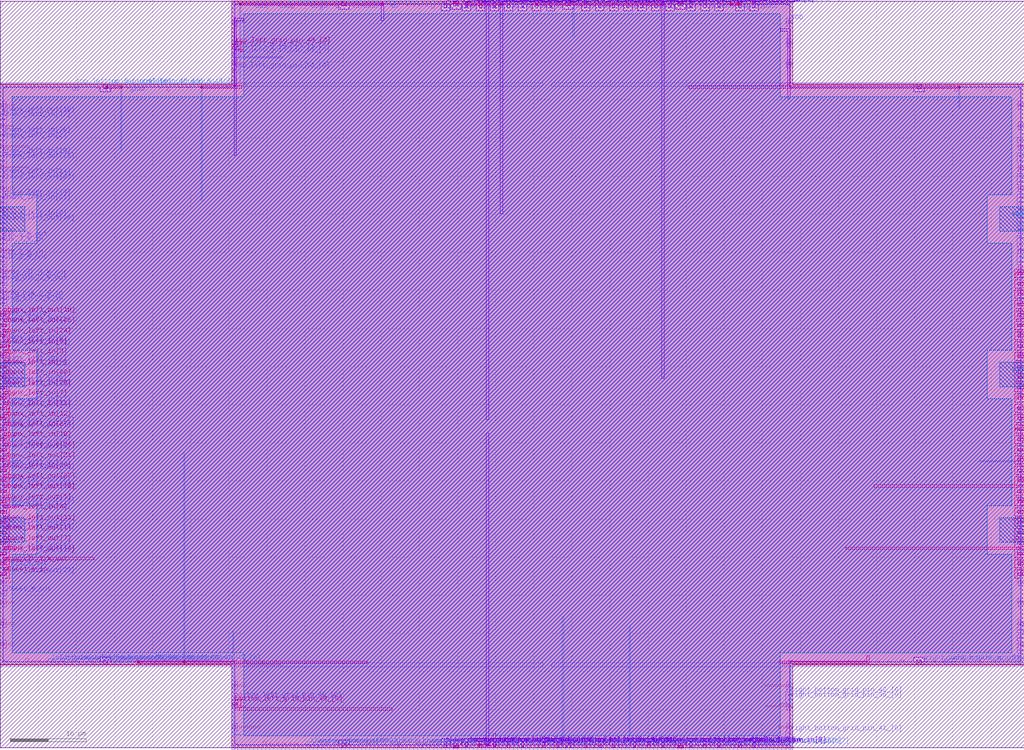
<source format=lef>
VERSION 5.7 ;
BUSBITCHARS "[]" ;

UNITS
  DATABASE MICRONS 1000 ;
END UNITS

MANUFACTURINGGRID 0.005 ;

LAYER li1
  TYPE ROUTING ;
  DIRECTION VERTICAL ;
  PITCH 0.46 ;
  WIDTH 0.17 ;
END li1

LAYER mcon
  TYPE CUT ;
END mcon

LAYER met1
  TYPE ROUTING ;
  DIRECTION HORIZONTAL ;
  PITCH 0.34 ;
  WIDTH 0.14 ;
END met1

LAYER via
  TYPE CUT ;
END via

LAYER met2
  TYPE ROUTING ;
  DIRECTION VERTICAL ;
  PITCH 0.46 ;
  WIDTH 0.14 ;
END met2

LAYER via2
  TYPE CUT ;
END via2

LAYER met3
  TYPE ROUTING ;
  DIRECTION HORIZONTAL ;
  PITCH 0.68 ;
  WIDTH 0.3 ;
END met3

LAYER via3
  TYPE CUT ;
END via3

LAYER met4
  TYPE ROUTING ;
  DIRECTION VERTICAL ;
  PITCH 0.92 ;
  WIDTH 0.3 ;
END met4

LAYER via4
  TYPE CUT ;
END via4

LAYER met5
  TYPE ROUTING ;
  DIRECTION HORIZONTAL ;
  PITCH 3.4 ;
  WIDTH 1.6 ;
END met5

LAYER nwell
  TYPE MASTERSLICE ;
END nwell

LAYER pwell
  TYPE MASTERSLICE ;
END pwell

LAYER OVERLAP
  TYPE OVERLAP ;
END OVERLAP

VIA L1M1_PR
  LAYER li1 ;
    RECT -0.085 -0.085 0.085 0.085 ;
  LAYER mcon ;
    RECT -0.085 -0.085 0.085 0.085 ;
  LAYER met1 ;
    RECT -0.145 -0.115 0.145 0.115 ;
END L1M1_PR

VIA L1M1_PR_R
  LAYER li1 ;
    RECT -0.085 -0.085 0.085 0.085 ;
  LAYER mcon ;
    RECT -0.085 -0.085 0.085 0.085 ;
  LAYER met1 ;
    RECT -0.115 -0.145 0.115 0.145 ;
END L1M1_PR_R

VIA L1M1_PR_M
  LAYER li1 ;
    RECT -0.085 -0.085 0.085 0.085 ;
  LAYER mcon ;
    RECT -0.085 -0.085 0.085 0.085 ;
  LAYER met1 ;
    RECT -0.115 -0.145 0.115 0.145 ;
END L1M1_PR_M

VIA L1M1_PR_MR
  LAYER li1 ;
    RECT -0.085 -0.085 0.085 0.085 ;
  LAYER mcon ;
    RECT -0.085 -0.085 0.085 0.085 ;
  LAYER met1 ;
    RECT -0.145 -0.115 0.145 0.115 ;
END L1M1_PR_MR

VIA L1M1_PR_C
  LAYER li1 ;
    RECT -0.085 -0.085 0.085 0.085 ;
  LAYER mcon ;
    RECT -0.085 -0.085 0.085 0.085 ;
  LAYER met1 ;
    RECT -0.145 -0.145 0.145 0.145 ;
END L1M1_PR_C

VIA M1M2_PR
  LAYER met1 ;
    RECT -0.16 -0.13 0.16 0.13 ;
  LAYER via ;
    RECT -0.075 -0.075 0.075 0.075 ;
  LAYER met2 ;
    RECT -0.13 -0.16 0.13 0.16 ;
END M1M2_PR

VIA M1M2_PR_Enc
  LAYER met1 ;
    RECT -0.16 -0.13 0.16 0.13 ;
  LAYER via ;
    RECT -0.075 -0.075 0.075 0.075 ;
  LAYER met2 ;
    RECT -0.16 -0.13 0.16 0.13 ;
END M1M2_PR_Enc

VIA M1M2_PR_R
  LAYER met1 ;
    RECT -0.13 -0.16 0.13 0.16 ;
  LAYER via ;
    RECT -0.075 -0.075 0.075 0.075 ;
  LAYER met2 ;
    RECT -0.16 -0.13 0.16 0.13 ;
END M1M2_PR_R

VIA M1M2_PR_R_Enc
  LAYER met1 ;
    RECT -0.13 -0.16 0.13 0.16 ;
  LAYER via ;
    RECT -0.075 -0.075 0.075 0.075 ;
  LAYER met2 ;
    RECT -0.13 -0.16 0.13 0.16 ;
END M1M2_PR_R_Enc

VIA M1M2_PR_M
  LAYER met1 ;
    RECT -0.16 -0.13 0.16 0.13 ;
  LAYER via ;
    RECT -0.075 -0.075 0.075 0.075 ;
  LAYER met2 ;
    RECT -0.16 -0.13 0.16 0.13 ;
END M1M2_PR_M

VIA M1M2_PR_M_Enc
  LAYER met1 ;
    RECT -0.16 -0.13 0.16 0.13 ;
  LAYER via ;
    RECT -0.075 -0.075 0.075 0.075 ;
  LAYER met2 ;
    RECT -0.13 -0.16 0.13 0.16 ;
END M1M2_PR_M_Enc

VIA M1M2_PR_MR
  LAYER met1 ;
    RECT -0.13 -0.16 0.13 0.16 ;
  LAYER via ;
    RECT -0.075 -0.075 0.075 0.075 ;
  LAYER met2 ;
    RECT -0.13 -0.16 0.13 0.16 ;
END M1M2_PR_MR

VIA M1M2_PR_MR_Enc
  LAYER met1 ;
    RECT -0.13 -0.16 0.13 0.16 ;
  LAYER via ;
    RECT -0.075 -0.075 0.075 0.075 ;
  LAYER met2 ;
    RECT -0.16 -0.13 0.16 0.13 ;
END M1M2_PR_MR_Enc

VIA M1M2_PR_C
  LAYER met1 ;
    RECT -0.16 -0.16 0.16 0.16 ;
  LAYER via ;
    RECT -0.075 -0.075 0.075 0.075 ;
  LAYER met2 ;
    RECT -0.16 -0.16 0.16 0.16 ;
END M1M2_PR_C

VIA M2M3_PR
  LAYER met2 ;
    RECT -0.14 -0.185 0.14 0.185 ;
  LAYER via2 ;
    RECT -0.1 -0.1 0.1 0.1 ;
  LAYER met3 ;
    RECT -0.165 -0.165 0.165 0.165 ;
END M2M3_PR

VIA M2M3_PR_R
  LAYER met2 ;
    RECT -0.185 -0.14 0.185 0.14 ;
  LAYER via2 ;
    RECT -0.1 -0.1 0.1 0.1 ;
  LAYER met3 ;
    RECT -0.165 -0.165 0.165 0.165 ;
END M2M3_PR_R

VIA M2M3_PR_M
  LAYER met2 ;
    RECT -0.14 -0.185 0.14 0.185 ;
  LAYER via2 ;
    RECT -0.1 -0.1 0.1 0.1 ;
  LAYER met3 ;
    RECT -0.165 -0.165 0.165 0.165 ;
END M2M3_PR_M

VIA M2M3_PR_MR
  LAYER met2 ;
    RECT -0.185 -0.14 0.185 0.14 ;
  LAYER via2 ;
    RECT -0.1 -0.1 0.1 0.1 ;
  LAYER met3 ;
    RECT -0.165 -0.165 0.165 0.165 ;
END M2M3_PR_MR

VIA M2M3_PR_C
  LAYER met2 ;
    RECT -0.185 -0.185 0.185 0.185 ;
  LAYER via2 ;
    RECT -0.1 -0.1 0.1 0.1 ;
  LAYER met3 ;
    RECT -0.165 -0.165 0.165 0.165 ;
END M2M3_PR_C

VIA M3M4_PR
  LAYER met3 ;
    RECT -0.19 -0.16 0.19 0.16 ;
  LAYER via3 ;
    RECT -0.1 -0.1 0.1 0.1 ;
  LAYER met4 ;
    RECT -0.165 -0.165 0.165 0.165 ;
END M3M4_PR

VIA M3M4_PR_R
  LAYER met3 ;
    RECT -0.16 -0.19 0.16 0.19 ;
  LAYER via3 ;
    RECT -0.1 -0.1 0.1 0.1 ;
  LAYER met4 ;
    RECT -0.165 -0.165 0.165 0.165 ;
END M3M4_PR_R

VIA M3M4_PR_M
  LAYER met3 ;
    RECT -0.19 -0.16 0.19 0.16 ;
  LAYER via3 ;
    RECT -0.1 -0.1 0.1 0.1 ;
  LAYER met4 ;
    RECT -0.165 -0.165 0.165 0.165 ;
END M3M4_PR_M

VIA M3M4_PR_MR
  LAYER met3 ;
    RECT -0.16 -0.19 0.16 0.19 ;
  LAYER via3 ;
    RECT -0.1 -0.1 0.1 0.1 ;
  LAYER met4 ;
    RECT -0.165 -0.165 0.165 0.165 ;
END M3M4_PR_MR

VIA M3M4_PR_C
  LAYER met3 ;
    RECT -0.19 -0.19 0.19 0.19 ;
  LAYER via3 ;
    RECT -0.1 -0.1 0.1 0.1 ;
  LAYER met4 ;
    RECT -0.165 -0.165 0.165 0.165 ;
END M3M4_PR_C

VIA M4M5_PR
  LAYER met4 ;
    RECT -0.59 -0.59 0.59 0.59 ;
  LAYER via4 ;
    RECT -0.4 -0.4 0.4 0.4 ;
  LAYER met5 ;
    RECT -0.71 -0.71 0.71 0.71 ;
END M4M5_PR

VIA M4M5_PR_R
  LAYER met4 ;
    RECT -0.59 -0.59 0.59 0.59 ;
  LAYER via4 ;
    RECT -0.4 -0.4 0.4 0.4 ;
  LAYER met5 ;
    RECT -0.71 -0.71 0.71 0.71 ;
END M4M5_PR_R

VIA M4M5_PR_M
  LAYER met4 ;
    RECT -0.59 -0.59 0.59 0.59 ;
  LAYER via4 ;
    RECT -0.4 -0.4 0.4 0.4 ;
  LAYER met5 ;
    RECT -0.71 -0.71 0.71 0.71 ;
END M4M5_PR_M

VIA M4M5_PR_MR
  LAYER met4 ;
    RECT -0.59 -0.59 0.59 0.59 ;
  LAYER via4 ;
    RECT -0.4 -0.4 0.4 0.4 ;
  LAYER met5 ;
    RECT -0.71 -0.71 0.71 0.71 ;
END M4M5_PR_MR

VIA M4M5_PR_C
  LAYER met4 ;
    RECT -0.59 -0.59 0.59 0.59 ;
  LAYER via4 ;
    RECT -0.4 -0.4 0.4 0.4 ;
  LAYER met5 ;
    RECT -0.71 -0.71 0.71 0.71 ;
END M4M5_PR_C

SITE unit
  CLASS CORE ;
  SYMMETRY Y ;
  SIZE 0.46 BY 2.72 ;
END unit

SITE unithddbl
  CLASS CORE ;
  SIZE 0.46 BY 5.44 ;
END unithddbl

MACRO sb_1__1_
  CLASS BLOCK ;
  ORIGIN 0 0 ;
  SIZE 134.32 BY 97.92 ;
  SYMMETRY X Y ;
  PIN pReset[0]
    DIRECTION INPUT ;
    USE SIGNAL ;
    PORT
      LAYER met2 ;
        RECT 58.12 97.435 58.26 97.92 ;
    END
  END pReset[0]
  PIN chany_top_in[0]
    DIRECTION INPUT ;
    USE SIGNAL ;
    PORT
      LAYER met4 ;
        RECT 98.75 97.12 99.05 97.92 ;
    END
  END chany_top_in[0]
  PIN chany_top_in[1]
    DIRECTION INPUT ;
    USE SIGNAL ;
    PORT
      LAYER met2 ;
        RECT 75.6 97.435 75.74 97.92 ;
    END
  END chany_top_in[1]
  PIN chany_top_in[2]
    DIRECTION INPUT ;
    USE SIGNAL ;
    PORT
      LAYER met2 ;
        RECT 51.68 97.435 51.82 97.92 ;
    END
  END chany_top_in[2]
  PIN chany_top_in[3]
    DIRECTION INPUT ;
    USE SIGNAL ;
    PORT
      LAYER met4 ;
        RECT 80.35 97.12 80.65 97.92 ;
    END
  END chany_top_in[3]
  PIN chany_top_in[4]
    DIRECTION INPUT ;
    USE SIGNAL ;
    PORT
      LAYER met4 ;
        RECT 70.23 97.12 70.53 97.92 ;
    END
  END chany_top_in[4]
  PIN chany_top_in[5]
    DIRECTION INPUT ;
    USE SIGNAL ;
    PORT
      LAYER met4 ;
        RECT 61.03 97.12 61.33 97.92 ;
    END
  END chany_top_in[5]
  PIN chany_top_in[6]
    DIRECTION INPUT ;
    USE SIGNAL ;
    PORT
      LAYER met4 ;
        RECT 84.03 97.12 84.33 97.92 ;
    END
  END chany_top_in[6]
  PIN chany_top_in[7]
    DIRECTION INPUT ;
    USE SIGNAL ;
    PORT
      LAYER met2 ;
        RECT 87.56 97.435 87.7 97.92 ;
    END
  END chany_top_in[7]
  PIN chany_top_in[8]
    DIRECTION INPUT ;
    USE SIGNAL ;
    PORT
      LAYER met4 ;
        RECT 92.31 97.12 92.61 97.92 ;
    END
  END chany_top_in[8]
  PIN chany_top_in[9]
    DIRECTION INPUT ;
    USE SIGNAL ;
    PORT
      LAYER met2 ;
        RECT 84.8 97.435 84.94 97.92 ;
    END
  END chany_top_in[9]
  PIN chany_top_in[10]
    DIRECTION INPUT ;
    USE SIGNAL ;
    PORT
      LAYER met2 ;
        RECT 85.72 97.435 85.86 97.92 ;
    END
  END chany_top_in[10]
  PIN chany_top_in[11]
    DIRECTION INPUT ;
    USE SIGNAL ;
    PORT
      LAYER met2 ;
        RECT 82.04 97.435 82.18 97.92 ;
    END
  END chany_top_in[11]
  PIN chany_top_in[12]
    DIRECTION INPUT ;
    USE SIGNAL ;
    PORT
      LAYER met4 ;
        RECT 66.55 97.12 66.85 97.92 ;
    END
  END chany_top_in[12]
  PIN chany_top_in[13]
    DIRECTION INPUT ;
    USE SIGNAL ;
    PORT
      LAYER met4 ;
        RECT 82.19 97.12 82.49 97.92 ;
    END
  END chany_top_in[13]
  PIN chany_top_in[14]
    DIRECTION INPUT ;
    USE SIGNAL ;
    PORT
      LAYER met4 ;
        RECT 90.47 97.12 90.77 97.92 ;
    END
  END chany_top_in[14]
  PIN chany_top_in[15]
    DIRECTION INPUT ;
    USE SIGNAL ;
    PORT
      LAYER met2 ;
        RECT 59.04 97.435 59.18 97.92 ;
    END
  END chany_top_in[15]
  PIN chany_top_in[16]
    DIRECTION INPUT ;
    USE SIGNAL ;
    PORT
      LAYER met2 ;
        RECT 99.52 97.435 99.66 97.92 ;
    END
  END chany_top_in[16]
  PIN chany_top_in[17]
    DIRECTION INPUT ;
    USE SIGNAL ;
    PORT
      LAYER met2 ;
        RECT 65.94 97.435 66.08 97.92 ;
    END
  END chany_top_in[17]
  PIN chany_top_in[18]
    DIRECTION INPUT ;
    USE SIGNAL ;
    PORT
      LAYER met2 ;
        RECT 94.92 97.435 95.06 97.92 ;
    END
  END chany_top_in[18]
  PIN chany_top_in[19]
    DIRECTION INPUT ;
    USE SIGNAL ;
    PORT
      LAYER met4 ;
        RECT 78.51 97.12 78.81 97.92 ;
    END
  END chany_top_in[19]
  PIN chany_top_in[20]
    DIRECTION INPUT ;
    USE SIGNAL ;
    PORT
      LAYER met4 ;
        RECT 68.39 97.12 68.69 97.92 ;
    END
  END chany_top_in[20]
  PIN chany_top_in[21]
    DIRECTION INPUT ;
    USE SIGNAL ;
    PORT
      LAYER met4 ;
        RECT 62.87 97.12 63.17 97.92 ;
    END
  END chany_top_in[21]
  PIN chany_top_in[22]
    DIRECTION INPUT ;
    USE SIGNAL ;
    PORT
      LAYER met2 ;
        RECT 100.44 97.435 100.58 97.92 ;
    END
  END chany_top_in[22]
  PIN chany_top_in[23]
    DIRECTION INPUT ;
    USE SIGNAL ;
    PORT
      LAYER met2 ;
        RECT 77.44 97.435 77.58 97.92 ;
    END
  END chany_top_in[23]
  PIN chany_top_in[24]
    DIRECTION INPUT ;
    USE SIGNAL ;
    PORT
      LAYER met4 ;
        RECT 76.67 97.12 76.97 97.92 ;
    END
  END chany_top_in[24]
  PIN chany_top_in[25]
    DIRECTION INPUT ;
    USE SIGNAL ;
    PORT
      LAYER met4 ;
        RECT 64.71 97.12 65.01 97.92 ;
    END
  END chany_top_in[25]
  PIN chany_top_in[26]
    DIRECTION INPUT ;
    USE SIGNAL ;
    PORT
      LAYER met4 ;
        RECT 94.15 97.12 94.45 97.92 ;
    END
  END chany_top_in[26]
  PIN chany_top_in[27]
    DIRECTION INPUT ;
    USE SIGNAL ;
    PORT
      LAYER met2 ;
        RECT 94 97.435 94.14 97.92 ;
    END
  END chany_top_in[27]
  PIN chany_top_in[28]
    DIRECTION INPUT ;
    USE SIGNAL ;
    PORT
      LAYER met4 ;
        RECT 85.87 97.12 86.17 97.92 ;
    END
  END chany_top_in[28]
  PIN chany_top_in[29]
    DIRECTION INPUT ;
    USE SIGNAL ;
    PORT
      LAYER met2 ;
        RECT 89.86 97.435 90 97.92 ;
    END
  END chany_top_in[29]
  PIN top_left_grid_pin_44_[0]
    DIRECTION INPUT ;
    USE SIGNAL ;
    PORT
      LAYER met1 ;
        RECT 30.36 91.56 30.955 91.7 ;
    END
  END top_left_grid_pin_44_[0]
  PIN top_left_grid_pin_45_[0]
    DIRECTION INPUT ;
    USE SIGNAL ;
    PORT
      LAYER met2 ;
        RECT 13.96 86.555 14.1 87.04 ;
    END
  END top_left_grid_pin_45_[0]
  PIN top_left_grid_pin_46_[0]
    DIRECTION INPUT ;
    USE SIGNAL ;
    PORT
      LAYER met1 ;
        RECT 30.36 90.88 30.955 91.02 ;
    END
  END top_left_grid_pin_46_[0]
  PIN top_left_grid_pin_47_[0]
    DIRECTION INPUT ;
    USE SIGNAL ;
    PORT
      LAYER met2 ;
        RECT 9.82 86.555 9.96 87.04 ;
    END
  END top_left_grid_pin_47_[0]
  PIN top_left_grid_pin_48_[0]
    DIRECTION INPUT ;
    USE SIGNAL ;
    PORT
      LAYER met3 ;
        RECT 30.36 91.99 31.16 92.29 ;
    END
  END top_left_grid_pin_48_[0]
  PIN top_left_grid_pin_49_[0]
    DIRECTION INPUT ;
    USE SIGNAL ;
    PORT
      LAYER met2 ;
        RECT 18.56 86.555 18.7 87.04 ;
    END
  END top_left_grid_pin_49_[0]
  PIN top_left_grid_pin_50_[0]
    DIRECTION INPUT ;
    USE SIGNAL ;
    PORT
      LAYER met1 ;
        RECT 30.36 88.84 30.955 88.98 ;
    END
  END top_left_grid_pin_50_[0]
  PIN top_left_grid_pin_51_[0]
    DIRECTION INPUT ;
    USE SIGNAL ;
    PORT
      LAYER met2 ;
        RECT 17.64 86.555 17.78 87.04 ;
    END
  END top_left_grid_pin_51_[0]
  PIN chanx_right_in[0]
    DIRECTION INPUT ;
    USE SIGNAL ;
    PORT
      LAYER met1 ;
        RECT 133.725 68.78 134.32 68.92 ;
    END
  END chanx_right_in[0]
  PIN chanx_right_in[1]
    DIRECTION INPUT ;
    USE SIGNAL ;
    PORT
      LAYER met1 ;
        RECT 133.725 69.46 134.32 69.6 ;
    END
  END chanx_right_in[1]
  PIN chanx_right_in[2]
    DIRECTION INPUT ;
    USE SIGNAL ;
    PORT
      LAYER met3 ;
        RECT 133.52 43.03 134.32 43.33 ;
    END
  END chanx_right_in[2]
  PIN chanx_right_in[3]
    DIRECTION INPUT ;
    USE SIGNAL ;
    PORT
      LAYER met3 ;
        RECT 133.52 41.67 134.32 41.97 ;
    END
  END chanx_right_in[3]
  PIN chanx_right_in[4]
    DIRECTION INPUT ;
    USE SIGNAL ;
    PORT
      LAYER met3 ;
        RECT 133.52 26.71 134.32 27.01 ;
    END
  END chanx_right_in[4]
  PIN chanx_right_in[5]
    DIRECTION INPUT ;
    USE SIGNAL ;
    PORT
      LAYER met3 ;
        RECT 133.52 52.55 134.32 52.85 ;
    END
  END chanx_right_in[5]
  PIN chanx_right_in[6]
    DIRECTION INPUT ;
    USE SIGNAL ;
    PORT
      LAYER met3 ;
        RECT 133.52 51.19 134.32 51.49 ;
    END
  END chanx_right_in[6]
  PIN chanx_right_in[7]
    DIRECTION INPUT ;
    USE SIGNAL ;
    PORT
      LAYER met1 ;
        RECT 133.725 49.74 134.32 49.88 ;
    END
  END chanx_right_in[7]
  PIN chanx_right_in[8]
    DIRECTION INPUT ;
    USE SIGNAL ;
    PORT
      LAYER met3 ;
        RECT 133.52 45.75 134.32 46.05 ;
    END
  END chanx_right_in[8]
  PIN chanx_right_in[9]
    DIRECTION INPUT ;
    USE SIGNAL ;
    PORT
      LAYER met3 ;
        RECT 133.52 40.31 134.32 40.61 ;
    END
  END chanx_right_in[9]
  PIN chanx_right_in[10]
    DIRECTION INPUT ;
    USE SIGNAL ;
    PORT
      LAYER met1 ;
        RECT 133.725 52.46 134.32 52.6 ;
    END
  END chanx_right_in[10]
  PIN chanx_right_in[11]
    DIRECTION INPUT ;
    USE SIGNAL ;
    PORT
      LAYER met1 ;
        RECT 133.725 44.3 134.32 44.44 ;
    END
  END chanx_right_in[11]
  PIN chanx_right_in[12]
    DIRECTION INPUT ;
    USE SIGNAL ;
    PORT
      LAYER met3 ;
        RECT 133.52 29.43 134.32 29.73 ;
    END
  END chanx_right_in[12]
  PIN chanx_right_in[13]
    DIRECTION INPUT ;
    USE SIGNAL ;
    PORT
      LAYER met3 ;
        RECT 133.52 47.11 134.32 47.41 ;
    END
  END chanx_right_in[13]
  PIN chanx_right_in[14]
    DIRECTION INPUT ;
    USE SIGNAL ;
    PORT
      LAYER met1 ;
        RECT 133.725 53.14 134.32 53.28 ;
    END
  END chanx_right_in[14]
  PIN chanx_right_in[15]
    DIRECTION INPUT ;
    USE SIGNAL ;
    PORT
      LAYER met1 ;
        RECT 133.725 79.66 134.32 79.8 ;
    END
  END chanx_right_in[15]
  PIN chanx_right_in[16]
    DIRECTION INPUT ;
    USE SIGNAL ;
    PORT
      LAYER met3 ;
        RECT 133.52 44.39 134.32 44.69 ;
    END
  END chanx_right_in[16]
  PIN chanx_right_in[17]
    DIRECTION INPUT ;
    USE SIGNAL ;
    PORT
      LAYER met1 ;
        RECT 133.725 41.58 134.32 41.72 ;
    END
  END chanx_right_in[17]
  PIN chanx_right_in[18]
    DIRECTION INPUT ;
    USE SIGNAL ;
    PORT
      LAYER met3 ;
        RECT 133.52 60.71 134.32 61.01 ;
    END
  END chanx_right_in[18]
  PIN chanx_right_in[19]
    DIRECTION INPUT ;
    USE SIGNAL ;
    PORT
      LAYER met1 ;
        RECT 133.725 36.14 134.32 36.28 ;
    END
  END chanx_right_in[19]
  PIN chanx_right_in[20]
    DIRECTION INPUT ;
    USE SIGNAL ;
    PORT
      LAYER met1 ;
        RECT 133.725 47.7 134.32 47.84 ;
    END
  END chanx_right_in[20]
  PIN chanx_right_in[21]
    DIRECTION INPUT ;
    USE SIGNAL ;
    PORT
      LAYER met1 ;
        RECT 133.725 74.9 134.32 75.04 ;
    END
  END chanx_right_in[21]
  PIN chanx_right_in[22]
    DIRECTION INPUT ;
    USE SIGNAL ;
    PORT
      LAYER met1 ;
        RECT 133.725 50.42 134.32 50.56 ;
    END
  END chanx_right_in[22]
  PIN chanx_right_in[23]
    DIRECTION INPUT ;
    USE SIGNAL ;
    PORT
      LAYER met1 ;
        RECT 133.725 34.44 134.32 34.58 ;
    END
  END chanx_right_in[23]
  PIN chanx_right_in[24]
    DIRECTION INPUT ;
    USE SIGNAL ;
    PORT
      LAYER met3 ;
        RECT 133.52 49.83 134.32 50.13 ;
    END
  END chanx_right_in[24]
  PIN chanx_right_in[25]
    DIRECTION INPUT ;
    USE SIGNAL ;
    PORT
      LAYER met1 ;
        RECT 133.725 42.26 134.32 42.4 ;
    END
  END chanx_right_in[25]
  PIN chanx_right_in[26]
    DIRECTION INPUT ;
    USE SIGNAL ;
    PORT
      LAYER met3 ;
        RECT 133.52 62.07 134.32 62.37 ;
    END
  END chanx_right_in[26]
  PIN chanx_right_in[27]
    DIRECTION INPUT ;
    USE SIGNAL ;
    PORT
      LAYER met3 ;
        RECT 133.52 53.91 134.32 54.21 ;
    END
  END chanx_right_in[27]
  PIN chanx_right_in[28]
    DIRECTION INPUT ;
    USE SIGNAL ;
    PORT
      LAYER met1 ;
        RECT 133.725 29 134.32 29.14 ;
    END
  END chanx_right_in[28]
  PIN chanx_right_in[29]
    DIRECTION INPUT ;
    USE SIGNAL ;
    PORT
      LAYER met3 ;
        RECT 133.52 48.47 134.32 48.77 ;
    END
  END chanx_right_in[29]
  PIN right_bottom_grid_pin_36_[0]
    DIRECTION INPUT ;
    USE SIGNAL ;
    PORT
      LAYER met1 ;
        RECT 103.365 6.22 103.96 6.36 ;
    END
  END right_bottom_grid_pin_36_[0]
  PIN right_bottom_grid_pin_37_[0]
    DIRECTION INPUT ;
    USE SIGNAL ;
    PORT
      LAYER met1 ;
        RECT 133.725 12.68 134.32 12.82 ;
    END
  END right_bottom_grid_pin_37_[0]
  PIN right_bottom_grid_pin_38_[0]
    DIRECTION INPUT ;
    USE SIGNAL ;
    PORT
      LAYER met2 ;
        RECT 121.14 10.88 121.28 11.365 ;
    END
  END right_bottom_grid_pin_38_[0]
  PIN right_bottom_grid_pin_39_[0]
    DIRECTION INPUT ;
    USE SIGNAL ;
    PORT
      LAYER met1 ;
        RECT 133.725 14.38 134.32 14.52 ;
    END
  END right_bottom_grid_pin_39_[0]
  PIN right_bottom_grid_pin_40_[0]
    DIRECTION INPUT ;
    USE SIGNAL ;
    PORT
      LAYER met2 ;
        RECT 123.9 10.88 124.04 11.365 ;
    END
  END right_bottom_grid_pin_40_[0]
  PIN right_bottom_grid_pin_41_[0]
    DIRECTION INPUT ;
    USE SIGNAL ;
    PORT
      LAYER met1 ;
        RECT 103.365 1.8 103.96 1.94 ;
    END
  END right_bottom_grid_pin_41_[0]
  PIN right_bottom_grid_pin_42_[0]
    DIRECTION INPUT ;
    USE SIGNAL ;
    PORT
      LAYER met1 ;
        RECT 103.365 6.9 103.96 7.04 ;
    END
  END right_bottom_grid_pin_42_[0]
  PIN right_bottom_grid_pin_43_[0]
    DIRECTION INPUT ;
    USE SIGNAL ;
    PORT
      LAYER met2 ;
        RECT 124.82 10.88 124.96 11.365 ;
    END
  END right_bottom_grid_pin_43_[0]
  PIN chany_bottom_in[0]
    DIRECTION INPUT ;
    USE SIGNAL ;
    PORT
      LAYER met4 ;
        RECT 58.27 0 58.57 0.8 ;
    END
  END chany_bottom_in[0]
  PIN chany_bottom_in[1]
    DIRECTION INPUT ;
    USE SIGNAL ;
    PORT
      LAYER met2 ;
        RECT 55.36 0 55.5 0.485 ;
    END
  END chany_bottom_in[1]
  PIN chany_bottom_in[2]
    DIRECTION INPUT ;
    USE SIGNAL ;
    PORT
      LAYER met4 ;
        RECT 68.39 0 68.69 0.8 ;
    END
  END chany_bottom_in[2]
  PIN chany_bottom_in[3]
    DIRECTION INPUT ;
    USE SIGNAL ;
    PORT
      LAYER met2 ;
        RECT 94 0 94.14 0.485 ;
    END
  END chany_bottom_in[3]
  PIN chany_bottom_in[4]
    DIRECTION INPUT ;
    USE SIGNAL ;
    PORT
      LAYER met4 ;
        RECT 80.35 0 80.65 0.8 ;
    END
  END chany_bottom_in[4]
  PIN chany_bottom_in[5]
    DIRECTION INPUT ;
    USE SIGNAL ;
    PORT
      LAYER met4 ;
        RECT 98.75 0 99.05 0.8 ;
    END
  END chany_bottom_in[5]
  PIN chany_bottom_in[6]
    DIRECTION INPUT ;
    USE SIGNAL ;
    PORT
      LAYER met2 ;
        RECT 78.82 0 78.96 0.485 ;
    END
  END chany_bottom_in[6]
  PIN chany_bottom_in[7]
    DIRECTION INPUT ;
    USE SIGNAL ;
    PORT
      LAYER met4 ;
        RECT 66.55 0 66.85 0.8 ;
    END
  END chany_bottom_in[7]
  PIN chany_bottom_in[8]
    DIRECTION INPUT ;
    USE SIGNAL ;
    PORT
      LAYER met4 ;
        RECT 76.67 0 76.97 0.8 ;
    END
  END chany_bottom_in[8]
  PIN chany_bottom_in[9]
    DIRECTION INPUT ;
    USE SIGNAL ;
    PORT
      LAYER met4 ;
        RECT 84.95 0 85.25 0.8 ;
    END
  END chany_bottom_in[9]
  PIN chany_bottom_in[10]
    DIRECTION INPUT ;
    USE SIGNAL ;
    PORT
      LAYER met4 ;
        RECT 92.31 0 92.61 0.8 ;
    END
  END chany_bottom_in[10]
  PIN chany_bottom_in[11]
    DIRECTION INPUT ;
    USE SIGNAL ;
    PORT
      LAYER met2 ;
        RECT 58.12 0 58.26 0.485 ;
    END
  END chany_bottom_in[11]
  PIN chany_bottom_in[12]
    DIRECTION INPUT ;
    USE SIGNAL ;
    PORT
      LAYER met2 ;
        RECT 93.08 0 93.22 0.485 ;
    END
  END chany_bottom_in[12]
  PIN chany_bottom_in[13]
    DIRECTION INPUT ;
    USE SIGNAL ;
    PORT
      LAYER met4 ;
        RECT 71.15 0 71.45 0.8 ;
    END
  END chany_bottom_in[13]
  PIN chany_bottom_in[14]
    DIRECTION INPUT ;
    USE SIGNAL ;
    PORT
      LAYER met2 ;
        RECT 83.88 0 84.02 0.485 ;
    END
  END chany_bottom_in[14]
  PIN chany_bottom_in[15]
    DIRECTION INPUT ;
    USE SIGNAL ;
    PORT
      LAYER met2 ;
        RECT 99.52 0 99.66 0.485 ;
    END
  END chany_bottom_in[15]
  PIN chany_bottom_in[16]
    DIRECTION INPUT ;
    USE SIGNAL ;
    PORT
      LAYER met2 ;
        RECT 100.44 0 100.58 0.485 ;
    END
  END chany_bottom_in[16]
  PIN chany_bottom_in[17]
    DIRECTION INPUT ;
    USE SIGNAL ;
    PORT
      LAYER met4 ;
        RECT 64.71 0 65.01 0.8 ;
    END
  END chany_bottom_in[17]
  PIN chany_bottom_in[18]
    DIRECTION INPUT ;
    USE SIGNAL ;
    PORT
      LAYER met2 ;
        RECT 68.24 0 68.38 0.485 ;
    END
  END chany_bottom_in[18]
  PIN chany_bottom_in[19]
    DIRECTION INPUT ;
    USE SIGNAL ;
    PORT
      LAYER met2 ;
        RECT 85.72 0 85.86 0.485 ;
    END
  END chany_bottom_in[19]
  PIN chany_bottom_in[20]
    DIRECTION INPUT ;
    USE SIGNAL ;
    PORT
      LAYER met2 ;
        RECT 44.78 0 44.92 0.485 ;
    END
  END chany_bottom_in[20]
  PIN chany_bottom_in[21]
    DIRECTION INPUT ;
    USE SIGNAL ;
    PORT
      LAYER met4 ;
        RECT 62.87 0 63.17 0.8 ;
    END
  END chany_bottom_in[21]
  PIN chany_bottom_in[22]
    DIRECTION INPUT ;
    USE SIGNAL ;
    PORT
      LAYER met2 ;
        RECT 59.04 0 59.18 0.485 ;
    END
  END chany_bottom_in[22]
  PIN chany_bottom_in[23]
    DIRECTION INPUT ;
    USE SIGNAL ;
    PORT
      LAYER met2 ;
        RECT 65.48 0 65.62 0.485 ;
    END
  END chany_bottom_in[23]
  PIN chany_bottom_in[24]
    DIRECTION INPUT ;
    USE SIGNAL ;
    PORT
      LAYER met4 ;
        RECT 90.47 0 90.77 0.8 ;
    END
  END chany_bottom_in[24]
  PIN chany_bottom_in[25]
    DIRECTION INPUT ;
    USE SIGNAL ;
    PORT
      LAYER met2 ;
        RECT 87.56 0 87.7 0.485 ;
    END
  END chany_bottom_in[25]
  PIN chany_bottom_in[26]
    DIRECTION INPUT ;
    USE SIGNAL ;
    PORT
      LAYER met4 ;
        RECT 94.15 0 94.45 0.8 ;
    END
  END chany_bottom_in[26]
  PIN chany_bottom_in[27]
    DIRECTION INPUT ;
    USE SIGNAL ;
    PORT
      LAYER met2 ;
        RECT 91.24 0 91.38 0.485 ;
    END
  END chany_bottom_in[27]
  PIN chany_bottom_in[28]
    DIRECTION INPUT ;
    USE SIGNAL ;
    PORT
      LAYER met4 ;
        RECT 78.51 0 78.81 0.8 ;
    END
  END chany_bottom_in[28]
  PIN chany_bottom_in[29]
    DIRECTION INPUT ;
    USE SIGNAL ;
    PORT
      LAYER met2 ;
        RECT 69.16 0 69.3 0.485 ;
    END
  END chany_bottom_in[29]
  PIN bottom_left_grid_pin_44_[0]
    DIRECTION INPUT ;
    USE SIGNAL ;
    PORT
      LAYER met2 ;
        RECT 8.44 10.88 8.58 11.365 ;
    END
  END bottom_left_grid_pin_44_[0]
  PIN bottom_left_grid_pin_45_[0]
    DIRECTION INPUT ;
    USE SIGNAL ;
    PORT
      LAYER met2 ;
        RECT 11.2 10.88 11.34 11.365 ;
    END
  END bottom_left_grid_pin_45_[0]
  PIN bottom_left_grid_pin_46_[0]
    DIRECTION INPUT ;
    USE SIGNAL ;
    PORT
      LAYER met3 ;
        RECT 30.36 5.63 31.16 5.93 ;
    END
  END bottom_left_grid_pin_46_[0]
  PIN bottom_left_grid_pin_47_[0]
    DIRECTION INPUT ;
    USE SIGNAL ;
    PORT
      LAYER met2 ;
        RECT 19.94 10.88 20.08 11.365 ;
    END
  END bottom_left_grid_pin_47_[0]
  PIN bottom_left_grid_pin_48_[0]
    DIRECTION INPUT ;
    USE SIGNAL ;
    PORT
      LAYER met1 ;
        RECT 30.36 6.22 30.955 6.36 ;
    END
  END bottom_left_grid_pin_48_[0]
  PIN bottom_left_grid_pin_49_[0]
    DIRECTION INPUT ;
    USE SIGNAL ;
    PORT
      LAYER met2 ;
        RECT 18.1 10.88 18.24 11.365 ;
    END
  END bottom_left_grid_pin_49_[0]
  PIN bottom_left_grid_pin_50_[0]
    DIRECTION INPUT ;
    USE SIGNAL ;
    PORT
      LAYER met2 ;
        RECT 16.72 10.88 16.86 11.365 ;
    END
  END bottom_left_grid_pin_50_[0]
  PIN bottom_left_grid_pin_51_[0]
    DIRECTION INPUT ;
    USE SIGNAL ;
    PORT
      LAYER met2 ;
        RECT 15.8 10.88 15.94 11.365 ;
    END
  END bottom_left_grid_pin_51_[0]
  PIN chanx_left_in[0]
    DIRECTION INPUT ;
    USE SIGNAL ;
    PORT
      LAYER met3 ;
        RECT 0 49.83 0.8 50.13 ;
    END
  END chanx_left_in[0]
  PIN chanx_left_in[1]
    DIRECTION INPUT ;
    USE SIGNAL ;
    PORT
      LAYER met1 ;
        RECT 0 50.42 0.595 50.56 ;
    END
  END chanx_left_in[1]
  PIN chanx_left_in[2]
    DIRECTION INPUT ;
    USE SIGNAL ;
    PORT
      LAYER met1 ;
        RECT 0 69.46 0.595 69.6 ;
    END
  END chanx_left_in[2]
  PIN chanx_left_in[3]
    DIRECTION INPUT ;
    USE SIGNAL ;
    PORT
      LAYER met1 ;
        RECT 0 79.66 0.595 79.8 ;
    END
  END chanx_left_in[3]
  PIN chanx_left_in[4]
    DIRECTION INPUT ;
    USE SIGNAL ;
    PORT
      LAYER met3 ;
        RECT 0 30.79 0.8 31.09 ;
    END
  END chanx_left_in[4]
  PIN chanx_left_in[5]
    DIRECTION INPUT ;
    USE SIGNAL ;
    PORT
      LAYER met1 ;
        RECT 0 47.7 0.595 47.84 ;
    END
  END chanx_left_in[5]
  PIN chanx_left_in[6]
    DIRECTION INPUT ;
    USE SIGNAL ;
    PORT
      LAYER met3 ;
        RECT 0 52.55 0.8 52.85 ;
    END
  END chanx_left_in[6]
  PIN chanx_left_in[7]
    DIRECTION INPUT ;
    USE SIGNAL ;
    PORT
      LAYER met3 ;
        RECT 0 45.75 0.8 46.05 ;
    END
  END chanx_left_in[7]
  PIN chanx_left_in[8]
    DIRECTION INPUT ;
    USE SIGNAL ;
    PORT
      LAYER met3 ;
        RECT 0 51.19 0.8 51.49 ;
    END
  END chanx_left_in[8]
  PIN chanx_left_in[9]
    DIRECTION INPUT ;
    USE SIGNAL ;
    PORT
      LAYER met1 ;
        RECT 0 53.14 0.595 53.28 ;
    END
  END chanx_left_in[9]
  PIN chanx_left_in[10]
    DIRECTION INPUT ;
    USE SIGNAL ;
    PORT
      LAYER met3 ;
        RECT 0 40.31 0.8 40.61 ;
    END
  END chanx_left_in[10]
  PIN chanx_left_in[11]
    DIRECTION INPUT ;
    USE SIGNAL ;
    PORT
      LAYER met3 ;
        RECT 0 44.39 0.8 44.69 ;
    END
  END chanx_left_in[11]
  PIN chanx_left_in[12]
    DIRECTION INPUT ;
    USE SIGNAL ;
    PORT
      LAYER met3 ;
        RECT 0 43.03 0.8 43.33 ;
    END
  END chanx_left_in[12]
  PIN chanx_left_in[13]
    DIRECTION INPUT ;
    USE SIGNAL ;
    PORT
      LAYER met1 ;
        RECT 0 44.98 0.595 45.12 ;
    END
  END chanx_left_in[13]
  PIN chanx_left_in[14]
    DIRECTION INPUT ;
    USE SIGNAL ;
    PORT
      LAYER met1 ;
        RECT 0 74.9 0.595 75.04 ;
    END
  END chanx_left_in[14]
  PIN chanx_left_in[15]
    DIRECTION INPUT ;
    USE SIGNAL ;
    PORT
      LAYER met1 ;
        RECT 0 29 0.595 29.14 ;
    END
  END chanx_left_in[15]
  PIN chanx_left_in[16]
    DIRECTION INPUT ;
    USE SIGNAL ;
    PORT
      LAYER met1 ;
        RECT 0 77.62 0.595 77.76 ;
    END
  END chanx_left_in[16]
  PIN chanx_left_in[17]
    DIRECTION INPUT ;
    USE SIGNAL ;
    PORT
      LAYER met1 ;
        RECT 0 82.38 0.595 82.52 ;
    END
  END chanx_left_in[17]
  PIN chanx_left_in[18]
    DIRECTION INPUT ;
    USE SIGNAL ;
    PORT
      LAYER met1 ;
        RECT 0 52.46 0.595 52.6 ;
    END
  END chanx_left_in[18]
  PIN chanx_left_in[19]
    DIRECTION INPUT ;
    USE SIGNAL ;
    PORT
      LAYER met1 ;
        RECT 0 72.18 0.595 72.32 ;
    END
  END chanx_left_in[19]
  PIN chanx_left_in[20]
    DIRECTION INPUT ;
    USE SIGNAL ;
    PORT
      LAYER met3 ;
        RECT 0 47.11 0.8 47.41 ;
    END
  END chanx_left_in[20]
  PIN chanx_left_in[21]
    DIRECTION INPUT ;
    USE SIGNAL ;
    PORT
      LAYER met1 ;
        RECT 0 71.5 0.595 71.64 ;
    END
  END chanx_left_in[21]
  PIN chanx_left_in[22]
    DIRECTION INPUT ;
    USE SIGNAL ;
    PORT
      LAYER met3 ;
        RECT 0 48.47 0.8 48.77 ;
    END
  END chanx_left_in[22]
  PIN chanx_left_in[23]
    DIRECTION INPUT ;
    USE SIGNAL ;
    PORT
      LAYER met1 ;
        RECT 0 55.52 0.595 55.66 ;
    END
  END chanx_left_in[23]
  PIN chanx_left_in[24]
    DIRECTION INPUT ;
    USE SIGNAL ;
    PORT
      LAYER met3 ;
        RECT 0 53.91 0.8 54.21 ;
    END
  END chanx_left_in[24]
  PIN chanx_left_in[25]
    DIRECTION INPUT ;
    USE SIGNAL ;
    PORT
      LAYER met1 ;
        RECT 0 47.02 0.595 47.16 ;
    END
  END chanx_left_in[25]
  PIN chanx_left_in[26]
    DIRECTION INPUT ;
    USE SIGNAL ;
    PORT
      LAYER met1 ;
        RECT 0 49.74 0.595 49.88 ;
    END
  END chanx_left_in[26]
  PIN chanx_left_in[27]
    DIRECTION INPUT ;
    USE SIGNAL ;
    PORT
      LAYER met3 ;
        RECT 0 41.67 0.8 41.97 ;
    END
  END chanx_left_in[27]
  PIN chanx_left_in[28]
    DIRECTION INPUT ;
    USE SIGNAL ;
    PORT
      LAYER met1 ;
        RECT 0 80.34 0.595 80.48 ;
    END
  END chanx_left_in[28]
  PIN chanx_left_in[29]
    DIRECTION INPUT ;
    USE SIGNAL ;
    PORT
      LAYER met3 ;
        RECT 0 36.23 0.8 36.53 ;
    END
  END chanx_left_in[29]
  PIN left_bottom_grid_pin_36_[0]
    DIRECTION INPUT ;
    USE SIGNAL ;
    PORT
      LAYER met2 ;
        RECT 12.12 10.88 12.26 11.365 ;
    END
  END left_bottom_grid_pin_36_[0]
  PIN left_bottom_grid_pin_37_[0]
    DIRECTION INPUT ;
    USE SIGNAL ;
    PORT
      LAYER met2 ;
        RECT 6.6 10.88 6.74 11.365 ;
    END
  END left_bottom_grid_pin_37_[0]
  PIN left_bottom_grid_pin_38_[0]
    DIRECTION INPUT ;
    USE SIGNAL ;
    PORT
      LAYER met2 ;
        RECT 10.28 10.88 10.42 11.365 ;
    END
  END left_bottom_grid_pin_38_[0]
  PIN left_bottom_grid_pin_39_[0]
    DIRECTION INPUT ;
    USE SIGNAL ;
    PORT
      LAYER met2 ;
        RECT 9.36 10.88 9.5 11.365 ;
    END
  END left_bottom_grid_pin_39_[0]
  PIN left_bottom_grid_pin_40_[0]
    DIRECTION INPUT ;
    USE SIGNAL ;
    PORT
      LAYER met2 ;
        RECT 13.04 10.88 13.18 11.365 ;
    END
  END left_bottom_grid_pin_40_[0]
  PIN left_bottom_grid_pin_41_[0]
    DIRECTION INPUT ;
    USE SIGNAL ;
    PORT
      LAYER met2 ;
        RECT 13.96 10.88 14.1 11.365 ;
    END
  END left_bottom_grid_pin_41_[0]
  PIN left_bottom_grid_pin_42_[0]
    DIRECTION INPUT ;
    USE SIGNAL ;
    PORT
      LAYER met2 ;
        RECT 7.52 10.88 7.66 11.365 ;
    END
  END left_bottom_grid_pin_42_[0]
  PIN left_bottom_grid_pin_43_[0]
    DIRECTION INPUT ;
    USE SIGNAL ;
    PORT
      LAYER met2 ;
        RECT 14.88 10.88 15.02 11.365 ;
    END
  END left_bottom_grid_pin_43_[0]
  PIN ccff_head[0]
    DIRECTION INPUT ;
    USE SIGNAL ;
    PORT
      LAYER met1 ;
        RECT 133.725 71.5 134.32 71.64 ;
    END
  END ccff_head[0]
  PIN chany_top_out[0]
    DIRECTION OUTPUT ;
    USE SIGNAL ;
    PORT
      LAYER met2 ;
        RECT 81.12 97.435 81.26 97.92 ;
    END
  END chany_top_out[0]
  PIN chany_top_out[1]
    DIRECTION OUTPUT ;
    USE SIGNAL ;
    PORT
      LAYER met2 ;
        RECT 80.2 97.435 80.34 97.92 ;
    END
  END chany_top_out[1]
  PIN chany_top_out[2]
    DIRECTION OUTPUT ;
    USE SIGNAL ;
    PORT
      LAYER met2 ;
        RECT 42.48 97.435 42.62 97.92 ;
    END
  END chany_top_out[2]
  PIN chany_top_out[3]
    DIRECTION OUTPUT ;
    USE SIGNAL ;
    PORT
      LAYER met2 ;
        RECT 86.64 97.435 86.78 97.92 ;
    END
  END chany_top_out[3]
  PIN chany_top_out[4]
    DIRECTION OUTPUT ;
    USE SIGNAL ;
    PORT
      LAYER met2 ;
        RECT 71.92 97.435 72.06 97.92 ;
    END
  END chany_top_out[4]
  PIN chany_top_out[5]
    DIRECTION OUTPUT ;
    USE SIGNAL ;
    PORT
      LAYER met2 ;
        RECT 41.1 97.435 41.24 97.92 ;
    END
  END chany_top_out[5]
  PIN chany_top_out[6]
    DIRECTION OUTPUT ;
    USE SIGNAL ;
    PORT
      LAYER met2 ;
        RECT 83.88 97.435 84.02 97.92 ;
    END
  END chany_top_out[6]
  PIN chany_top_out[7]
    DIRECTION OUTPUT ;
    USE SIGNAL ;
    PORT
      LAYER met2 ;
        RECT 73.3 97.435 73.44 97.92 ;
    END
  END chany_top_out[7]
  PIN chany_top_out[8]
    DIRECTION OUTPUT ;
    USE SIGNAL ;
    PORT
      LAYER met2 ;
        RECT 68.7 97.435 68.84 97.92 ;
    END
  END chany_top_out[8]
  PIN chany_top_out[9]
    DIRECTION OUTPUT ;
    USE SIGNAL ;
    PORT
      LAYER met2 ;
        RECT 63.18 97.435 63.32 97.92 ;
    END
  END chany_top_out[9]
  PIN chany_top_out[10]
    DIRECTION OUTPUT ;
    USE SIGNAL ;
    PORT
      LAYER met2 ;
        RECT 61.8 97.435 61.94 97.92 ;
    END
  END chany_top_out[10]
  PIN chany_top_out[11]
    DIRECTION OUTPUT ;
    USE SIGNAL ;
    PORT
      LAYER met2 ;
        RECT 48.92 97.435 49.06 97.92 ;
    END
  END chany_top_out[11]
  PIN chany_top_out[12]
    DIRECTION OUTPUT ;
    USE SIGNAL ;
    PORT
      LAYER met4 ;
        RECT 58.27 97.12 58.57 97.92 ;
    END
  END chany_top_out[12]
  PIN chany_top_out[13]
    DIRECTION OUTPUT ;
    USE SIGNAL ;
    PORT
      LAYER met2 ;
        RECT 78.36 97.435 78.5 97.92 ;
    END
  END chany_top_out[13]
  PIN chany_top_out[14]
    DIRECTION OUTPUT ;
    USE SIGNAL ;
    PORT
      LAYER met2 ;
        RECT 44.32 97.435 44.46 97.92 ;
    END
  END chany_top_out[14]
  PIN chany_top_out[15]
    DIRECTION OUTPUT ;
    USE SIGNAL ;
    PORT
      LAYER met2 ;
        RECT 101.36 97.435 101.5 97.92 ;
    END
  END chany_top_out[15]
  PIN chany_top_out[16]
    DIRECTION OUTPUT ;
    USE SIGNAL ;
    PORT
      LAYER met2 ;
        RECT 79.28 97.435 79.42 97.92 ;
    END
  END chany_top_out[16]
  PIN chany_top_out[17]
    DIRECTION OUTPUT ;
    USE SIGNAL ;
    PORT
      LAYER met2 ;
        RECT 46.62 97.435 46.76 97.92 ;
    END
  END chany_top_out[17]
  PIN chany_top_out[18]
    DIRECTION OUTPUT ;
    USE SIGNAL ;
    PORT
      LAYER met2 ;
        RECT 66.86 97.435 67 97.92 ;
    END
  END chany_top_out[18]
  PIN chany_top_out[19]
    DIRECTION OUTPUT ;
    USE SIGNAL ;
    PORT
      LAYER met4 ;
        RECT 72.07 97.12 72.37 97.92 ;
    END
  END chany_top_out[19]
  PIN chany_top_out[20]
    DIRECTION OUTPUT ;
    USE SIGNAL ;
    PORT
      LAYER met2 ;
        RECT 48 97.435 48.14 97.92 ;
    END
  END chany_top_out[20]
  PIN chany_top_out[21]
    DIRECTION OUTPUT ;
    USE SIGNAL ;
    PORT
      LAYER met2 ;
        RECT 93.08 97.435 93.22 97.92 ;
    END
  END chany_top_out[21]
  PIN chany_top_out[22]
    DIRECTION OUTPUT ;
    USE SIGNAL ;
    PORT
      LAYER met2 ;
        RECT 60.88 97.435 61.02 97.92 ;
    END
  END chany_top_out[22]
  PIN chany_top_out[23]
    DIRECTION OUTPUT ;
    USE SIGNAL ;
    PORT
      LAYER met2 ;
        RECT 37.88 97.435 38.02 97.92 ;
    END
  END chany_top_out[23]
  PIN chany_top_out[24]
    DIRECTION OUTPUT ;
    USE SIGNAL ;
    PORT
      LAYER met2 ;
        RECT 76.52 97.435 76.66 97.92 ;
    END
  END chany_top_out[24]
  PIN chany_top_out[25]
    DIRECTION OUTPUT ;
    USE SIGNAL ;
    PORT
      LAYER met2 ;
        RECT 67.78 97.435 67.92 97.92 ;
    END
  END chany_top_out[25]
  PIN chany_top_out[26]
    DIRECTION OUTPUT ;
    USE SIGNAL ;
    PORT
      LAYER met2 ;
        RECT 36.96 97.435 37.1 97.92 ;
    END
  END chany_top_out[26]
  PIN chany_top_out[27]
    DIRECTION OUTPUT ;
    USE SIGNAL ;
    PORT
      LAYER met2 ;
        RECT 65.02 97.435 65.16 97.92 ;
    END
  END chany_top_out[27]
  PIN chany_top_out[28]
    DIRECTION OUTPUT ;
    USE SIGNAL ;
    PORT
      LAYER met2 ;
        RECT 69.62 97.435 69.76 97.92 ;
    END
  END chany_top_out[28]
  PIN chany_top_out[29]
    DIRECTION OUTPUT ;
    USE SIGNAL ;
    PORT
      LAYER met2 ;
        RECT 64.1 97.435 64.24 97.92 ;
    END
  END chany_top_out[29]
  PIN chanx_right_out[0]
    DIRECTION OUTPUT ;
    USE SIGNAL ;
    PORT
      LAYER met1 ;
        RECT 133.725 56.2 134.32 56.34 ;
    END
  END chanx_right_out[0]
  PIN chanx_right_out[1]
    DIRECTION OUTPUT ;
    USE SIGNAL ;
    PORT
      LAYER met1 ;
        RECT 133.725 36.82 134.32 36.96 ;
    END
  END chanx_right_out[1]
  PIN chanx_right_out[2]
    DIRECTION OUTPUT ;
    USE SIGNAL ;
    PORT
      LAYER met1 ;
        RECT 133.725 27.98 134.32 28.12 ;
    END
  END chanx_right_out[2]
  PIN chanx_right_out[3]
    DIRECTION OUTPUT ;
    USE SIGNAL ;
    PORT
      LAYER met1 ;
        RECT 133.725 38.86 134.32 39 ;
    END
  END chanx_right_out[3]
  PIN chanx_right_out[4]
    DIRECTION OUTPUT ;
    USE SIGNAL ;
    PORT
      LAYER met1 ;
        RECT 133.725 76.94 134.32 77.08 ;
    END
  END chanx_right_out[4]
  PIN chanx_right_out[5]
    DIRECTION OUTPUT ;
    USE SIGNAL ;
    PORT
      LAYER met1 ;
        RECT 133.725 31.04 134.32 31.18 ;
    END
  END chanx_right_out[5]
  PIN chanx_right_out[6]
    DIRECTION OUTPUT ;
    USE SIGNAL ;
    PORT
      LAYER met1 ;
        RECT 133.725 55.52 134.32 55.66 ;
    END
  END chanx_right_out[6]
  PIN chanx_right_out[7]
    DIRECTION OUTPUT ;
    USE SIGNAL ;
    PORT
      LAYER met3 ;
        RECT 133.52 55.27 134.32 55.57 ;
    END
  END chanx_right_out[7]
  PIN chanx_right_out[8]
    DIRECTION OUTPUT ;
    USE SIGNAL ;
    PORT
      LAYER met3 ;
        RECT 133.52 57.99 134.32 58.29 ;
    END
  END chanx_right_out[8]
  PIN chanx_right_out[9]
    DIRECTION OUTPUT ;
    USE SIGNAL ;
    PORT
      LAYER met3 ;
        RECT 133.52 56.63 134.32 56.93 ;
    END
  END chanx_right_out[9]
  PIN chanx_right_out[10]
    DIRECTION OUTPUT ;
    USE SIGNAL ;
    PORT
      LAYER met3 ;
        RECT 133.52 37.59 134.32 37.89 ;
    END
  END chanx_right_out[10]
  PIN chanx_right_out[11]
    DIRECTION OUTPUT ;
    USE SIGNAL ;
    PORT
      LAYER met3 ;
        RECT 133.52 59.35 134.32 59.65 ;
    END
  END chanx_right_out[11]
  PIN chanx_right_out[12]
    DIRECTION OUTPUT ;
    USE SIGNAL ;
    PORT
      LAYER met1 ;
        RECT 133.725 31.72 134.32 31.86 ;
    END
  END chanx_right_out[12]
  PIN chanx_right_out[13]
    DIRECTION OUTPUT ;
    USE SIGNAL ;
    PORT
      LAYER met1 ;
        RECT 133.725 77.62 134.32 77.76 ;
    END
  END chanx_right_out[13]
  PIN chanx_right_out[14]
    DIRECTION OUTPUT ;
    USE SIGNAL ;
    PORT
      LAYER met3 ;
        RECT 133.52 32.15 134.32 32.45 ;
    END
  END chanx_right_out[14]
  PIN chanx_right_out[15]
    DIRECTION OUTPUT ;
    USE SIGNAL ;
    PORT
      LAYER met3 ;
        RECT 133.52 33.51 134.32 33.81 ;
    END
  END chanx_right_out[15]
  PIN chanx_right_out[16]
    DIRECTION OUTPUT ;
    USE SIGNAL ;
    PORT
      LAYER met1 ;
        RECT 133.725 74.22 134.32 74.36 ;
    END
  END chanx_right_out[16]
  PIN chanx_right_out[17]
    DIRECTION OUTPUT ;
    USE SIGNAL ;
    PORT
      LAYER met1 ;
        RECT 133.725 72.18 134.32 72.32 ;
    END
  END chanx_right_out[17]
  PIN chanx_right_out[18]
    DIRECTION OUTPUT ;
    USE SIGNAL ;
    PORT
      LAYER met1 ;
        RECT 133.725 39.54 134.32 39.68 ;
    END
  END chanx_right_out[18]
  PIN chanx_right_out[19]
    DIRECTION OUTPUT ;
    USE SIGNAL ;
    PORT
      LAYER met3 ;
        RECT 133.52 25.35 134.32 25.65 ;
    END
  END chanx_right_out[19]
  PIN chanx_right_out[20]
    DIRECTION OUTPUT ;
    USE SIGNAL ;
    PORT
      LAYER met3 ;
        RECT 133.52 28.07 134.32 28.37 ;
    END
  END chanx_right_out[20]
  PIN chanx_right_out[21]
    DIRECTION OUTPUT ;
    USE SIGNAL ;
    PORT
      LAYER met3 ;
        RECT 133.52 34.87 134.32 35.17 ;
    END
  END chanx_right_out[21]
  PIN chanx_right_out[22]
    DIRECTION OUTPUT ;
    USE SIGNAL ;
    PORT
      LAYER met1 ;
        RECT 133.725 25.94 134.32 26.08 ;
    END
  END chanx_right_out[22]
  PIN chanx_right_out[23]
    DIRECTION OUTPUT ;
    USE SIGNAL ;
    PORT
      LAYER met1 ;
        RECT 133.725 22.54 134.32 22.68 ;
    END
  END chanx_right_out[23]
  PIN chanx_right_out[24]
    DIRECTION OUTPUT ;
    USE SIGNAL ;
    PORT
      LAYER met3 ;
        RECT 133.52 30.79 134.32 31.09 ;
    END
  END chanx_right_out[24]
  PIN chanx_right_out[25]
    DIRECTION OUTPUT ;
    USE SIGNAL ;
    PORT
      LAYER met1 ;
        RECT 133.725 23.22 134.32 23.36 ;
    END
  END chanx_right_out[25]
  PIN chanx_right_out[26]
    DIRECTION OUTPUT ;
    USE SIGNAL ;
    PORT
      LAYER met3 ;
        RECT 133.52 38.95 134.32 39.25 ;
    END
  END chanx_right_out[26]
  PIN chanx_right_out[27]
    DIRECTION OUTPUT ;
    USE SIGNAL ;
    PORT
      LAYER met3 ;
        RECT 133.52 36.23 134.32 36.53 ;
    END
  END chanx_right_out[27]
  PIN chanx_right_out[28]
    DIRECTION OUTPUT ;
    USE SIGNAL ;
    PORT
      LAYER met1 ;
        RECT 133.725 25.26 134.32 25.4 ;
    END
  END chanx_right_out[28]
  PIN chanx_right_out[29]
    DIRECTION OUTPUT ;
    USE SIGNAL ;
    PORT
      LAYER met1 ;
        RECT 133.725 33.76 134.32 33.9 ;
    END
  END chanx_right_out[29]
  PIN chany_bottom_out[0]
    DIRECTION OUTPUT ;
    USE SIGNAL ;
    PORT
      LAYER met2 ;
        RECT 75.14 0 75.28 0.485 ;
    END
  END chany_bottom_out[0]
  PIN chany_bottom_out[1]
    DIRECTION OUTPUT ;
    USE SIGNAL ;
    PORT
      LAYER met2 ;
        RECT 45.7 0 45.84 0.485 ;
    END
  END chany_bottom_out[1]
  PIN chany_bottom_out[2]
    DIRECTION OUTPUT ;
    USE SIGNAL ;
    PORT
      LAYER met2 ;
        RECT 42.48 0 42.62 0.485 ;
    END
  END chany_bottom_out[2]
  PIN chany_bottom_out[3]
    DIRECTION OUTPUT ;
    USE SIGNAL ;
    PORT
      LAYER met2 ;
        RECT 72.38 0 72.52 0.485 ;
    END
  END chany_bottom_out[3]
  PIN chany_bottom_out[4]
    DIRECTION OUTPUT ;
    USE SIGNAL ;
    PORT
      LAYER met4 ;
        RECT 86.79 0 87.09 0.8 ;
    END
  END chany_bottom_out[4]
  PIN chany_bottom_out[5]
    DIRECTION OUTPUT ;
    USE SIGNAL ;
    PORT
      LAYER met2 ;
        RECT 41.56 0 41.7 0.485 ;
    END
  END chany_bottom_out[5]
  PIN chany_bottom_out[6]
    DIRECTION OUTPUT ;
    USE SIGNAL ;
    PORT
      LAYER met2 ;
        RECT 52.14 0 52.28 0.485 ;
    END
  END chany_bottom_out[6]
  PIN chany_bottom_out[7]
    DIRECTION OUTPUT ;
    USE SIGNAL ;
    PORT
      LAYER met2 ;
        RECT 101.36 0 101.5 0.485 ;
    END
  END chany_bottom_out[7]
  PIN chany_bottom_out[8]
    DIRECTION OUTPUT ;
    USE SIGNAL ;
    PORT
      LAYER met2 ;
        RECT 40.64 0 40.78 0.485 ;
    END
  END chany_bottom_out[8]
  PIN chany_bottom_out[9]
    DIRECTION OUTPUT ;
    USE SIGNAL ;
    PORT
      LAYER met2 ;
        RECT 74.22 0 74.36 0.485 ;
    END
  END chany_bottom_out[9]
  PIN chany_bottom_out[10]
    DIRECTION OUTPUT ;
    USE SIGNAL ;
    PORT
      LAYER met2 ;
        RECT 76.98 0 77.12 0.485 ;
    END
  END chany_bottom_out[10]
  PIN chany_bottom_out[11]
    DIRECTION OUTPUT ;
    USE SIGNAL ;
    PORT
      LAYER met2 ;
        RECT 86.64 0 86.78 0.485 ;
    END
  END chany_bottom_out[11]
  PIN chany_bottom_out[12]
    DIRECTION OUTPUT ;
    USE SIGNAL ;
    PORT
      LAYER met2 ;
        RECT 62.72 0 62.86 0.485 ;
    END
  END chany_bottom_out[12]
  PIN chany_bottom_out[13]
    DIRECTION OUTPUT ;
    USE SIGNAL ;
    PORT
      LAYER met4 ;
        RECT 72.99 0 73.29 0.8 ;
    END
  END chany_bottom_out[13]
  PIN chany_bottom_out[14]
    DIRECTION OUTPUT ;
    USE SIGNAL ;
    PORT
      LAYER met2 ;
        RECT 64.56 0 64.7 0.485 ;
    END
  END chany_bottom_out[14]
  PIN chany_bottom_out[15]
    DIRECTION OUTPUT ;
    USE SIGNAL ;
    PORT
      LAYER met2 ;
        RECT 57.2 0 57.34 0.485 ;
    END
  END chany_bottom_out[15]
  PIN chany_bottom_out[16]
    DIRECTION OUTPUT ;
    USE SIGNAL ;
    PORT
      LAYER met2 ;
        RECT 92.16 0 92.3 0.485 ;
    END
  END chany_bottom_out[16]
  PIN chany_bottom_out[17]
    DIRECTION OUTPUT ;
    USE SIGNAL ;
    PORT
      LAYER met4 ;
        RECT 61.03 0 61.33 0.8 ;
    END
  END chany_bottom_out[17]
  PIN chany_bottom_out[18]
    DIRECTION OUTPUT ;
    USE SIGNAL ;
    PORT
      LAYER met2 ;
        RECT 63.64 0 63.78 0.485 ;
    END
  END chany_bottom_out[18]
  PIN chany_bottom_out[19]
    DIRECTION OUTPUT ;
    USE SIGNAL ;
    PORT
      LAYER met2 ;
        RECT 66.4 0 66.54 0.485 ;
    END
  END chany_bottom_out[19]
  PIN chany_bottom_out[20]
    DIRECTION OUTPUT ;
    USE SIGNAL ;
    PORT
      LAYER met2 ;
        RECT 76.06 0 76.2 0.485 ;
    END
  END chany_bottom_out[20]
  PIN chany_bottom_out[21]
    DIRECTION OUTPUT ;
    USE SIGNAL ;
    PORT
      LAYER met2 ;
        RECT 73.3 0 73.44 0.485 ;
    END
  END chany_bottom_out[21]
  PIN chany_bottom_out[22]
    DIRECTION OUTPUT ;
    USE SIGNAL ;
    PORT
      LAYER met2 ;
        RECT 84.8 0 84.94 0.485 ;
    END
  END chany_bottom_out[22]
  PIN chany_bottom_out[23]
    DIRECTION OUTPUT ;
    USE SIGNAL ;
    PORT
      LAYER met2 ;
        RECT 61.8 0 61.94 0.485 ;
    END
  END chany_bottom_out[23]
  PIN chany_bottom_out[24]
    DIRECTION OUTPUT ;
    USE SIGNAL ;
    PORT
      LAYER met2 ;
        RECT 56.28 0 56.42 0.485 ;
    END
  END chany_bottom_out[24]
  PIN chany_bottom_out[25]
    DIRECTION OUTPUT ;
    USE SIGNAL ;
    PORT
      LAYER met2 ;
        RECT 67.32 0 67.46 0.485 ;
    END
  END chany_bottom_out[25]
  PIN chany_bottom_out[26]
    DIRECTION OUTPUT ;
    USE SIGNAL ;
    PORT
      LAYER met2 ;
        RECT 88.48 0 88.62 0.485 ;
    END
  END chany_bottom_out[26]
  PIN chany_bottom_out[27]
    DIRECTION OUTPUT ;
    USE SIGNAL ;
    PORT
      LAYER met2 ;
        RECT 80.2 0 80.34 0.485 ;
    END
  END chany_bottom_out[27]
  PIN chany_bottom_out[28]
    DIRECTION OUTPUT ;
    USE SIGNAL ;
    PORT
      LAYER met2 ;
        RECT 77.9 0 78.04 0.485 ;
    END
  END chany_bottom_out[28]
  PIN chany_bottom_out[29]
    DIRECTION OUTPUT ;
    USE SIGNAL ;
    PORT
      LAYER met2 ;
        RECT 90.32 0 90.46 0.485 ;
    END
  END chany_bottom_out[29]
  PIN chanx_left_out[0]
    DIRECTION OUTPUT ;
    USE SIGNAL ;
    PORT
      LAYER met1 ;
        RECT 0 31.04 0.595 31.18 ;
    END
  END chanx_left_out[0]
  PIN chanx_left_out[1]
    DIRECTION OUTPUT ;
    USE SIGNAL ;
    PORT
      LAYER met3 ;
        RECT 0 28.07 0.8 28.37 ;
    END
  END chanx_left_out[1]
  PIN chanx_left_out[2]
    DIRECTION OUTPUT ;
    USE SIGNAL ;
    PORT
      LAYER met1 ;
        RECT 0 39.54 0.595 39.68 ;
    END
  END chanx_left_out[2]
  PIN chanx_left_out[3]
    DIRECTION OUTPUT ;
    USE SIGNAL ;
    PORT
      LAYER met1 ;
        RECT 0 36.82 0.595 36.96 ;
    END
  END chanx_left_out[3]
  PIN chanx_left_out[4]
    DIRECTION OUTPUT ;
    USE SIGNAL ;
    PORT
      LAYER met1 ;
        RECT 0 25.94 0.595 26.08 ;
    END
  END chanx_left_out[4]
  PIN chanx_left_out[5]
    DIRECTION OUTPUT ;
    USE SIGNAL ;
    PORT
      LAYER met3 ;
        RECT 0 32.15 0.8 32.45 ;
    END
  END chanx_left_out[5]
  PIN chanx_left_out[6]
    DIRECTION OUTPUT ;
    USE SIGNAL ;
    PORT
      LAYER met1 ;
        RECT 0 38.86 0.595 39 ;
    END
  END chanx_left_out[6]
  PIN chanx_left_out[7]
    DIRECTION OUTPUT ;
    USE SIGNAL ;
    PORT
      LAYER met3 ;
        RECT 0 26.71 0.8 27.01 ;
    END
  END chanx_left_out[7]
  PIN chanx_left_out[8]
    DIRECTION OUTPUT ;
    USE SIGNAL ;
    PORT
      LAYER met1 ;
        RECT 0 34.44 0.595 34.58 ;
    END
  END chanx_left_out[8]
  PIN chanx_left_out[9]
    DIRECTION OUTPUT ;
    USE SIGNAL ;
    PORT
      LAYER met1 ;
        RECT 0 44.3 0.595 44.44 ;
    END
  END chanx_left_out[9]
  PIN chanx_left_out[10]
    DIRECTION OUTPUT ;
    USE SIGNAL ;
    PORT
      LAYER met3 ;
        RECT 0 33.51 0.8 33.81 ;
    END
  END chanx_left_out[10]
  PIN chanx_left_out[11]
    DIRECTION OUTPUT ;
    USE SIGNAL ;
    PORT
      LAYER met3 ;
        RECT 0 29.43 0.8 29.73 ;
    END
  END chanx_left_out[11]
  PIN chanx_left_out[12]
    DIRECTION OUTPUT ;
    USE SIGNAL ;
    PORT
      LAYER met1 ;
        RECT 0 31.72 0.595 31.86 ;
    END
  END chanx_left_out[12]
  PIN chanx_left_out[13]
    DIRECTION OUTPUT ;
    USE SIGNAL ;
    PORT
      LAYER met1 ;
        RECT 0 76.94 0.595 77.08 ;
    END
  END chanx_left_out[13]
  PIN chanx_left_out[14]
    DIRECTION OUTPUT ;
    USE SIGNAL ;
    PORT
      LAYER met3 ;
        RECT 0 25.35 0.8 25.65 ;
    END
  END chanx_left_out[14]
  PIN chanx_left_out[15]
    DIRECTION OUTPUT ;
    USE SIGNAL ;
    PORT
      LAYER met1 ;
        RECT 0 41.58 0.595 41.72 ;
    END
  END chanx_left_out[15]
  PIN chanx_left_out[16]
    DIRECTION OUTPUT ;
    USE SIGNAL ;
    PORT
      LAYER met3 ;
        RECT 0 56.63 0.8 56.93 ;
    END
  END chanx_left_out[16]
  PIN chanx_left_out[17]
    DIRECTION OUTPUT ;
    USE SIGNAL ;
    PORT
      LAYER met1 ;
        RECT 0 42.26 0.595 42.4 ;
    END
  END chanx_left_out[17]
  PIN chanx_left_out[18]
    DIRECTION OUTPUT ;
    USE SIGNAL ;
    PORT
      LAYER met1 ;
        RECT 0 28.32 0.595 28.46 ;
    END
  END chanx_left_out[18]
  PIN chanx_left_out[19]
    DIRECTION OUTPUT ;
    USE SIGNAL ;
    PORT
      LAYER met1 ;
        RECT 0 83.06 0.595 83.2 ;
    END
  END chanx_left_out[19]
  PIN chanx_left_out[20]
    DIRECTION OUTPUT ;
    USE SIGNAL ;
    PORT
      LAYER met1 ;
        RECT 0 36.14 0.595 36.28 ;
    END
  END chanx_left_out[20]
  PIN chanx_left_out[21]
    DIRECTION OUTPUT ;
    USE SIGNAL ;
    PORT
      LAYER met3 ;
        RECT 0 37.59 0.8 37.89 ;
    END
  END chanx_left_out[21]
  PIN chanx_left_out[22]
    DIRECTION OUTPUT ;
    USE SIGNAL ;
    PORT
      LAYER met1 ;
        RECT 0 25.26 0.595 25.4 ;
    END
  END chanx_left_out[22]
  PIN chanx_left_out[23]
    DIRECTION OUTPUT ;
    USE SIGNAL ;
    PORT
      LAYER met1 ;
        RECT 0 74.22 0.595 74.36 ;
    END
  END chanx_left_out[23]
  PIN chanx_left_out[24]
    DIRECTION OUTPUT ;
    USE SIGNAL ;
    PORT
      LAYER met1 ;
        RECT 0 68.78 0.595 68.92 ;
    END
  END chanx_left_out[24]
  PIN chanx_left_out[25]
    DIRECTION OUTPUT ;
    USE SIGNAL ;
    PORT
      LAYER met3 ;
        RECT 0 55.27 0.8 55.57 ;
    END
  END chanx_left_out[25]
  PIN chanx_left_out[26]
    DIRECTION OUTPUT ;
    USE SIGNAL ;
    PORT
      LAYER met3 ;
        RECT 0 38.95 0.8 39.25 ;
    END
  END chanx_left_out[26]
  PIN chanx_left_out[27]
    DIRECTION OUTPUT ;
    USE SIGNAL ;
    PORT
      LAYER met3 ;
        RECT 0 34.87 0.8 35.17 ;
    END
  END chanx_left_out[27]
  PIN chanx_left_out[28]
    DIRECTION OUTPUT ;
    USE SIGNAL ;
    PORT
      LAYER met1 ;
        RECT 0 33.76 0.595 33.9 ;
    END
  END chanx_left_out[28]
  PIN chanx_left_out[29]
    DIRECTION OUTPUT ;
    USE SIGNAL ;
    PORT
      LAYER met1 ;
        RECT 0 22.54 0.595 22.68 ;
    END
  END chanx_left_out[29]
  PIN ccff_tail[0]
    DIRECTION OUTPUT ;
    USE SIGNAL ;
    PORT
      LAYER met1 ;
        RECT 0 56.2 0.595 56.34 ;
    END
  END ccff_tail[0]
  PIN Test_en_S_in
    DIRECTION INPUT ;
    USE SIGNAL ;
    PORT
      LAYER met2 ;
        RECT 81.12 0 81.26 0.485 ;
    END
  END Test_en_S_in
  PIN Test_en_N_out
    DIRECTION OUTPUT ;
    USE SIGNAL ;
    PORT
      LAYER met2 ;
        RECT 82.96 97.435 83.1 97.92 ;
    END
  END Test_en_N_out
  PIN pReset_S_in
    DIRECTION INPUT ;
    USE SIGNAL ;
    PORT
      LAYER met2 ;
        RECT 60.88 0 61.02 0.485 ;
    END
  END pReset_S_in
  PIN pReset_E_in
    DIRECTION INPUT ;
    USE SIGNAL ;
    PORT
      LAYER met1 ;
        RECT 133.725 15.4 134.32 15.54 ;
    END
  END pReset_E_in
  PIN pReset_W_in
    DIRECTION INPUT ;
    USE SIGNAL ;
    PORT
      LAYER met3 ;
        RECT 0 22.63 0.8 22.93 ;
    END
  END pReset_W_in
  PIN pReset_N_out
    DIRECTION OUTPUT ;
    USE SIGNAL ;
    PORT
      LAYER met2 ;
        RECT 34.66 97.435 34.8 97.92 ;
    END
  END pReset_N_out
  PIN pReset_W_out
    DIRECTION OUTPUT ;
    USE SIGNAL ;
    PORT
      LAYER met1 ;
        RECT 0 20.16 0.595 20.3 ;
    END
  END pReset_W_out
  PIN pReset_E_out
    DIRECTION OUTPUT ;
    USE SIGNAL ;
    PORT
      LAYER met1 ;
        RECT 133.725 47.02 134.32 47.16 ;
    END
  END pReset_E_out
  PIN Reset_S_in
    DIRECTION INPUT ;
    USE SIGNAL ;
    PORT
      LAYER met2 ;
        RECT 82.04 0 82.18 0.485 ;
    END
  END Reset_S_in
  PIN Reset_N_out
    DIRECTION OUTPUT ;
    USE SIGNAL ;
    PORT
      LAYER met2 ;
        RECT 74.68 97.435 74.82 97.92 ;
    END
  END Reset_N_out
  PIN prog_clk_0_N_in
    DIRECTION INPUT ;
    USE CLOCK ;
    PORT
      LAYER met2 ;
        RECT 33.74 97.435 33.88 97.92 ;
    END
  END prog_clk_0_N_in
  PIN prog_clk_1_N_in
    DIRECTION INPUT ;
    USE SIGNAL ;
    PORT
      LAYER met2 ;
        RECT 71 97.435 71.14 97.92 ;
    END
  END prog_clk_1_N_in
  PIN prog_clk_1_S_in
    DIRECTION INPUT ;
    USE SIGNAL ;
    PORT
      LAYER met2 ;
        RECT 71.46 0 71.6 0.485 ;
    END
  END prog_clk_1_S_in
  PIN prog_clk_1_E_out
    DIRECTION OUTPUT ;
    USE SIGNAL ;
    PORT
      LAYER met3 ;
        RECT 133.52 22.63 134.32 22.93 ;
    END
  END prog_clk_1_E_out
  PIN prog_clk_1_W_out
    DIRECTION OUTPUT ;
    USE SIGNAL ;
    PORT
      LAYER met3 ;
        RECT 0 23.99 0.8 24.29 ;
    END
  END prog_clk_1_W_out
  PIN prog_clk_2_N_in
    DIRECTION INPUT ;
    USE SIGNAL ;
    PORT
      LAYER met2 ;
        RECT 96.76 97.435 96.9 97.92 ;
    END
  END prog_clk_2_N_in
  PIN prog_clk_2_E_in
    DIRECTION INPUT ;
    USE SIGNAL ;
    PORT
      LAYER met1 ;
        RECT 133.725 60.96 134.32 61.1 ;
    END
  END prog_clk_2_E_in
  PIN prog_clk_2_S_in
    DIRECTION INPUT ;
    USE SIGNAL ;
    PORT
      LAYER met4 ;
        RECT 96.91 0 97.21 0.8 ;
    END
  END prog_clk_2_S_in
  PIN prog_clk_2_W_in
    DIRECTION INPUT ;
    USE SIGNAL ;
    PORT
      LAYER met1 ;
        RECT 0 58.24 0.595 58.38 ;
    END
  END prog_clk_2_W_in
  PIN prog_clk_2_W_out
    DIRECTION OUTPUT ;
    USE SIGNAL ;
    PORT
      LAYER met1 ;
        RECT 0 60.96 0.595 61.1 ;
    END
  END prog_clk_2_W_out
  PIN prog_clk_2_S_out
    DIRECTION OUTPUT ;
    USE SIGNAL ;
    PORT
      LAYER met2 ;
        RECT 94.92 0 95.06 0.485 ;
    END
  END prog_clk_2_S_out
  PIN prog_clk_2_N_out
    DIRECTION OUTPUT ;
    USE SIGNAL ;
    PORT
      LAYER met2 ;
        RECT 95.84 97.435 95.98 97.92 ;
    END
  END prog_clk_2_N_out
  PIN prog_clk_2_E_out
    DIRECTION OUTPUT ;
    USE SIGNAL ;
    PORT
      LAYER met1 ;
        RECT 133.725 58.24 134.32 58.38 ;
    END
  END prog_clk_2_E_out
  PIN prog_clk_3_W_in
    DIRECTION INPUT ;
    USE SIGNAL ;
    PORT
      LAYER met1 ;
        RECT 0 58.92 0.595 59.06 ;
    END
  END prog_clk_3_W_in
  PIN prog_clk_3_E_in
    DIRECTION INPUT ;
    USE SIGNAL ;
    PORT
      LAYER met1 ;
        RECT 133.725 61.64 134.32 61.78 ;
    END
  END prog_clk_3_E_in
  PIN prog_clk_3_S_in
    DIRECTION INPUT ;
    USE SIGNAL ;
    PORT
      LAYER met2 ;
        RECT 96.76 0 96.9 0.485 ;
    END
  END prog_clk_3_S_in
  PIN prog_clk_3_N_in
    DIRECTION INPUT ;
    USE SIGNAL ;
    PORT
      LAYER met4 ;
        RECT 96.91 97.12 97.21 97.92 ;
    END
  END prog_clk_3_N_in
  PIN prog_clk_3_E_out
    DIRECTION OUTPUT ;
    USE SIGNAL ;
    PORT
      LAYER met1 ;
        RECT 133.725 58.92 134.32 59.06 ;
    END
  END prog_clk_3_E_out
  PIN prog_clk_3_W_out
    DIRECTION OUTPUT ;
    USE SIGNAL ;
    PORT
      LAYER met1 ;
        RECT 0 61.64 0.595 61.78 ;
    END
  END prog_clk_3_W_out
  PIN prog_clk_3_N_out
    DIRECTION OUTPUT ;
    USE SIGNAL ;
    PORT
      LAYER met2 ;
        RECT 90.78 97.435 90.92 97.92 ;
    END
  END prog_clk_3_N_out
  PIN prog_clk_3_S_out
    DIRECTION OUTPUT ;
    USE SIGNAL ;
    PORT
      LAYER met2 ;
        RECT 95.84 0 95.98 0.485 ;
    END
  END prog_clk_3_S_out
  PIN clk_1_N_in
    DIRECTION INPUT ;
    USE SIGNAL ;
    PORT
      LAYER met2 ;
        RECT 92.16 97.435 92.3 97.92 ;
    END
  END clk_1_N_in
  PIN clk_1_S_in
    DIRECTION INPUT ;
    USE SIGNAL ;
    PORT
      LAYER met2 ;
        RECT 70.54 0 70.68 0.485 ;
    END
  END clk_1_S_in
  PIN clk_1_E_out
    DIRECTION OUTPUT ;
    USE SIGNAL ;
    PORT
      LAYER met3 ;
        RECT 133.52 23.99 134.32 24.29 ;
    END
  END clk_1_E_out
  PIN clk_1_W_out
    DIRECTION OUTPUT ;
    USE SIGNAL ;
    PORT
      LAYER met1 ;
        RECT 0 23.56 0.595 23.7 ;
    END
  END clk_1_W_out
  PIN clk_2_N_in
    DIRECTION INPUT ;
    USE SIGNAL ;
    PORT
      LAYER met4 ;
        RECT 87.71 97.12 88.01 97.92 ;
    END
  END clk_2_N_in
  PIN clk_2_E_in
    DIRECTION INPUT ;
    USE SIGNAL ;
    PORT
      LAYER met1 ;
        RECT 133.725 63.68 134.32 63.82 ;
    END
  END clk_2_E_in
  PIN clk_2_S_in
    DIRECTION INPUT ;
    USE SIGNAL ;
    PORT
      LAYER met2 ;
        RECT 82.96 0 83.1 0.485 ;
    END
  END clk_2_S_in
  PIN clk_2_W_in
    DIRECTION INPUT ;
    USE SIGNAL ;
    PORT
      LAYER met1 ;
        RECT 0 64.36 0.595 64.5 ;
    END
  END clk_2_W_in
  PIN clk_2_W_out
    DIRECTION OUTPUT ;
    USE SIGNAL ;
    PORT
      LAYER met1 ;
        RECT 0 63.68 0.595 63.82 ;
    END
  END clk_2_W_out
  PIN clk_2_S_out
    DIRECTION OUTPUT ;
    USE SIGNAL ;
    PORT
      LAYER met2 ;
        RECT 97.68 0 97.82 0.485 ;
    END
  END clk_2_S_out
  PIN clk_2_N_out
    DIRECTION OUTPUT ;
    USE SIGNAL ;
    PORT
      LAYER met2 ;
        RECT 97.68 97.435 97.82 97.92 ;
    END
  END clk_2_N_out
  PIN clk_2_E_out
    DIRECTION OUTPUT ;
    USE SIGNAL ;
    PORT
      LAYER met1 ;
        RECT 133.725 66.06 134.32 66.2 ;
    END
  END clk_2_E_out
  PIN clk_3_W_in
    DIRECTION INPUT ;
    USE SIGNAL ;
    PORT
      LAYER met1 ;
        RECT 0 66.06 0.595 66.2 ;
    END
  END clk_3_W_in
  PIN clk_3_E_in
    DIRECTION INPUT ;
    USE SIGNAL ;
    PORT
      LAYER met1 ;
        RECT 133.725 66.74 134.32 66.88 ;
    END
  END clk_3_E_in
  PIN clk_3_S_in
    DIRECTION INPUT ;
    USE SIGNAL ;
    PORT
      LAYER met4 ;
        RECT 83.11 0 83.41 0.8 ;
    END
  END clk_3_S_in
  PIN clk_3_N_in
    DIRECTION INPUT ;
    USE SIGNAL ;
    PORT
      LAYER met2 ;
        RECT 88.48 97.435 88.62 97.92 ;
    END
  END clk_3_N_in
  PIN clk_3_E_out
    DIRECTION OUTPUT ;
    USE SIGNAL ;
    PORT
      LAYER met1 ;
        RECT 133.725 64.36 134.32 64.5 ;
    END
  END clk_3_E_out
  PIN clk_3_W_out
    DIRECTION OUTPUT ;
    USE SIGNAL ;
    PORT
      LAYER met1 ;
        RECT 0 66.74 0.595 66.88 ;
    END
  END clk_3_W_out
  PIN clk_3_N_out
    DIRECTION OUTPUT ;
    USE SIGNAL ;
    PORT
      LAYER met2 ;
        RECT 98.6 97.435 98.74 97.92 ;
    END
  END clk_3_N_out
  PIN clk_3_S_out
    DIRECTION OUTPUT ;
    USE SIGNAL ;
    PORT
      LAYER met2 ;
        RECT 98.6 0 98.74 0.485 ;
    END
  END clk_3_S_out
  PIN VDD
    DIRECTION INPUT ;
    USE POWER ;
    PORT
      LAYER met5 ;
        RECT 0 26.96 3.2 30.16 ;
        RECT 131.12 26.96 134.32 30.16 ;
        RECT 0 67.76 3.2 70.96 ;
        RECT 131.12 67.76 134.32 70.96 ;
      LAYER met4 ;
        RECT 44.78 0 45.38 0.6 ;
        RECT 74.22 0 74.82 0.6 ;
        RECT 13.5 10.88 14.1 11.48 ;
        RECT 120.22 10.88 120.82 11.48 ;
        RECT 13.5 86.44 14.1 87.04 ;
        RECT 120.22 86.44 120.82 87.04 ;
        RECT 44.78 97.32 45.38 97.92 ;
        RECT 74.22 97.32 74.82 97.92 ;
      LAYER met1 ;
        RECT 30.36 2.48 30.84 2.96 ;
        RECT 103.48 2.48 103.96 2.96 ;
        RECT 30.36 7.92 30.84 8.4 ;
        RECT 103.48 7.92 103.96 8.4 ;
        RECT 0 13.36 0.48 13.84 ;
        RECT 133.84 13.36 134.32 13.84 ;
        RECT 0 18.8 0.48 19.28 ;
        RECT 133.84 18.8 134.32 19.28 ;
        RECT 0 24.24 0.48 24.72 ;
        RECT 133.84 24.24 134.32 24.72 ;
        RECT 0 29.68 0.48 30.16 ;
        RECT 133.84 29.68 134.32 30.16 ;
        RECT 0 35.12 0.48 35.6 ;
        RECT 133.84 35.12 134.32 35.6 ;
        RECT 0 40.56 0.48 41.04 ;
        RECT 133.84 40.56 134.32 41.04 ;
        RECT 0 46 0.48 46.48 ;
        RECT 133.84 46 134.32 46.48 ;
        RECT 0 51.44 0.48 51.92 ;
        RECT 133.84 51.44 134.32 51.92 ;
        RECT 0 56.88 0.48 57.36 ;
        RECT 133.84 56.88 134.32 57.36 ;
        RECT 0 62.32 0.48 62.8 ;
        RECT 133.84 62.32 134.32 62.8 ;
        RECT 0 67.76 0.48 68.24 ;
        RECT 133.84 67.76 134.32 68.24 ;
        RECT 0 73.2 0.48 73.68 ;
        RECT 133.84 73.2 134.32 73.68 ;
        RECT 0 78.64 0.48 79.12 ;
        RECT 133.84 78.64 134.32 79.12 ;
        RECT 0 84.08 0.48 84.56 ;
        RECT 133.84 84.08 134.32 84.56 ;
        RECT 30.36 89.52 30.84 90 ;
        RECT 103.48 89.52 103.96 90 ;
        RECT 30.36 94.96 30.84 95.44 ;
        RECT 103.48 94.96 103.96 95.44 ;
    END
  END VDD
  PIN VSS
    DIRECTION INPUT ;
    USE GROUND ;
    PORT
      LAYER met5 ;
        RECT 0 47.36 3.2 50.56 ;
        RECT 131.12 47.36 134.32 50.56 ;
      LAYER met4 ;
        RECT 59.5 0 60.1 0.6 ;
        RECT 88.94 0 89.54 0.6 ;
        RECT 59.5 97.32 60.1 97.92 ;
        RECT 88.94 97.32 89.54 97.92 ;
      LAYER met1 ;
        RECT 30.36 -0.24 30.84 0.24 ;
        RECT 103.48 -0.24 103.96 0.24 ;
        RECT 30.36 5.2 30.84 5.68 ;
        RECT 103.48 5.2 103.96 5.68 ;
        RECT 0 10.64 0.48 11.12 ;
        RECT 133.84 10.64 134.32 11.12 ;
        RECT 0 16.08 0.48 16.56 ;
        RECT 133.84 16.08 134.32 16.56 ;
        RECT 0 21.52 0.48 22 ;
        RECT 133.84 21.52 134.32 22 ;
        RECT 0 26.96 0.48 27.44 ;
        RECT 133.84 26.96 134.32 27.44 ;
        RECT 0 32.4 0.48 32.88 ;
        RECT 133.84 32.4 134.32 32.88 ;
        RECT 0 37.84 0.48 38.32 ;
        RECT 133.84 37.84 134.32 38.32 ;
        RECT 0 43.28 0.48 43.76 ;
        RECT 133.84 43.28 134.32 43.76 ;
        RECT 0 48.72 0.48 49.2 ;
        RECT 133.84 48.72 134.32 49.2 ;
        RECT 0 54.16 0.48 54.64 ;
        RECT 133.84 54.16 134.32 54.64 ;
        RECT 0 59.6 0.48 60.08 ;
        RECT 133.84 59.6 134.32 60.08 ;
        RECT 0 65.04 0.48 65.52 ;
        RECT 133.84 65.04 134.32 65.52 ;
        RECT 0 70.48 0.48 70.96 ;
        RECT 133.84 70.48 134.32 70.96 ;
        RECT 0 75.92 0.48 76.4 ;
        RECT 133.84 75.92 134.32 76.4 ;
        RECT 0 81.36 0.48 81.84 ;
        RECT 133.84 81.36 134.32 81.84 ;
        RECT 0 86.8 0.48 87.28 ;
        RECT 133.84 86.8 134.32 87.28 ;
        RECT 30.36 92.24 30.84 92.72 ;
        RECT 103.48 92.24 103.96 92.72 ;
        RECT 30.36 97.68 30.84 98.16 ;
        RECT 103.48 97.68 103.96 98.16 ;
    END
  END VSS
  OBS
    LAYER met2 ;
      RECT 89.1 97.615 89.38 97.985 ;
      RECT 59.66 97.615 59.94 97.985 ;
      POLYGON 75.28 97.82 75.28 93.26 75.14 93.26 75.14 97.68 75.1 97.68 75.1 97.82 ;
      POLYGON 31.65 97.765 31.65 97.395 31.58 97.395 31.58 87.31 31.44 87.31 31.44 97.395 31.37 97.395 31.37 97.765 ;
      RECT 98.08 96.91 98.34 97.23 ;
      RECT 72.32 96.91 72.58 97.23 ;
      RECT 41.96 96.91 42.22 97.23 ;
      POLYGON 125.95 86.885 125.95 86.515 125.88 86.515 125.88 83.91 125.74 83.91 125.74 86.515 125.67 86.515 125.67 86.885 ;
      POLYGON 26.59 86.885 26.59 86.515 26.52 86.515 26.52 71.67 26.38 71.67 26.38 86.515 26.31 86.515 26.31 86.885 ;
      POLYGON 16.01 86.885 16.01 86.515 15.94 86.515 15.94 78.3 15.8 78.3 15.8 86.515 15.73 86.515 15.73 86.885 ;
      RECT 17.12 86.03 17.38 86.35 ;
      POLYGON 24.22 38.66 24.22 11.405 24.29 11.405 24.29 11.035 24.01 11.035 24.01 11.405 24.08 11.405 24.08 38.66 ;
      POLYGON 73.9 17.24 73.9 0.24 73.94 0.24 73.94 0.1 73.76 0.1 73.76 17.24 ;
      POLYGON 82.64 15.88 82.64 0.24 82.68 0.24 82.68 0.1 82.5 0.1 82.5 15.88 ;
      POLYGON 30.66 15.37 30.66 1.77 31.58 1.77 31.58 1.63 30.52 1.63 30.52 15.37 ;
      POLYGON 103.8 11.46 103.8 5.71 102.28 5.71 102.28 5.85 103.66 5.85 103.66 11.46 ;
      RECT 89.8 0.69 90.06 1.01 ;
      RECT 56.68 0.69 56.94 1.01 ;
      RECT 41.93 0.72 42.25 0.98 ;
      RECT 64.96 0.35 65.22 0.67 ;
      RECT 89.1 -0.065 89.38 0.305 ;
      RECT 59.66 -0.065 59.94 0.305 ;
      RECT 96.26 0 96.48 0.14 ;
      POLYGON 103.68 97.64 103.68 86.76 134.04 86.76 134.04 11.16 125.24 11.16 125.24 11.645 124.54 11.645 124.54 11.16 124.32 11.16 124.32 11.645 123.62 11.645 123.62 11.16 121.56 11.16 121.56 11.645 120.86 11.645 120.86 11.16 103.68 11.16 103.68 0.28 101.78 0.28 101.78 0.765 101.08 0.765 101.08 0.28 100.86 0.28 100.86 0.765 100.16 0.765 100.16 0.28 99.94 0.28 99.94 0.765 99.24 0.765 99.24 0.28 99.02 0.28 99.02 0.765 98.32 0.765 98.32 0.28 98.1 0.28 98.1 0.765 97.4 0.765 97.4 0.28 97.18 0.28 97.18 0.765 96.48 0.765 96.48 0.28 96.26 0.28 96.26 0.765 95.56 0.765 95.56 0.28 95.34 0.28 95.34 0.765 94.64 0.765 94.64 0.28 94.42 0.28 94.42 0.765 93.72 0.765 93.72 0.28 93.5 0.28 93.5 0.765 92.8 0.765 92.8 0.28 92.58 0.28 92.58 0.765 91.88 0.765 91.88 0.28 91.66 0.28 91.66 0.765 90.96 0.765 90.96 0.28 90.74 0.28 90.74 0.765 90.04 0.765 90.04 0.28 88.9 0.28 88.9 0.765 88.2 0.765 88.2 0.28 87.98 0.28 87.98 0.765 87.28 0.765 87.28 0.28 87.06 0.28 87.06 0.765 86.36 0.765 86.36 0.28 86.14 0.28 86.14 0.765 85.44 0.765 85.44 0.28 85.22 0.28 85.22 0.765 84.52 0.765 84.52 0.28 84.3 0.28 84.3 0.765 83.6 0.765 83.6 0.28 83.38 0.28 83.38 0.765 82.68 0.765 82.68 0.28 82.46 0.28 82.46 0.765 81.76 0.765 81.76 0.28 81.54 0.28 81.54 0.765 80.84 0.765 80.84 0.28 80.62 0.28 80.62 0.765 79.92 0.765 79.92 0.28 79.24 0.28 79.24 0.765 78.54 0.765 78.54 0.28 78.32 0.28 78.32 0.765 77.62 0.765 77.62 0.28 77.4 0.28 77.4 0.765 76.7 0.765 76.7 0.28 76.48 0.28 76.48 0.765 75.78 0.765 75.78 0.28 75.56 0.28 75.56 0.765 74.86 0.765 74.86 0.28 74.64 0.28 74.64 0.765 73.94 0.765 73.94 0.28 73.72 0.28 73.72 0.765 73.02 0.765 73.02 0.28 72.8 0.28 72.8 0.765 72.1 0.765 72.1 0.28 71.88 0.28 71.88 0.765 71.18 0.765 71.18 0.28 70.96 0.28 70.96 0.765 70.26 0.765 70.26 0.28 69.58 0.28 69.58 0.765 68.88 0.765 68.88 0.28 68.66 0.28 68.66 0.765 67.96 0.765 67.96 0.28 67.74 0.28 67.74 0.765 67.04 0.765 67.04 0.28 66.82 0.28 66.82 0.765 66.12 0.765 66.12 0.28 65.9 0.28 65.9 0.765 65.2 0.765 65.2 0.28 64.98 0.28 64.98 0.765 64.28 0.765 64.28 0.28 64.06 0.28 64.06 0.765 63.36 0.765 63.36 0.28 63.14 0.28 63.14 0.765 62.44 0.765 62.44 0.28 62.22 0.28 62.22 0.765 61.52 0.765 61.52 0.28 61.3 0.28 61.3 0.765 60.6 0.765 60.6 0.28 59.46 0.28 59.46 0.765 58.76 0.765 58.76 0.28 58.54 0.28 58.54 0.765 57.84 0.765 57.84 0.28 57.62 0.28 57.62 0.765 56.92 0.765 56.92 0.28 56.7 0.28 56.7 0.765 56 0.765 56 0.28 55.78 0.28 55.78 0.765 55.08 0.765 55.08 0.28 52.56 0.28 52.56 0.765 51.86 0.765 51.86 0.28 46.12 0.28 46.12 0.765 45.42 0.765 45.42 0.28 45.2 0.28 45.2 0.765 44.5 0.765 44.5 0.28 42.9 0.28 42.9 0.765 42.2 0.765 42.2 0.28 41.98 0.28 41.98 0.765 41.28 0.765 41.28 0.28 41.06 0.28 41.06 0.765 40.36 0.765 40.36 0.28 30.64 0.28 30.64 11.16 20.36 11.16 20.36 11.645 19.66 11.645 19.66 11.16 18.52 11.16 18.52 11.645 17.82 11.645 17.82 11.16 17.14 11.16 17.14 11.645 16.44 11.645 16.44 11.16 16.22 11.16 16.22 11.645 15.52 11.645 15.52 11.16 15.3 11.16 15.3 11.645 14.6 11.645 14.6 11.16 14.38 11.16 14.38 11.645 13.68 11.645 13.68 11.16 13.46 11.16 13.46 11.645 12.76 11.645 12.76 11.16 12.54 11.16 12.54 11.645 11.84 11.645 11.84 11.16 11.62 11.16 11.62 11.645 10.92 11.645 10.92 11.16 10.7 11.16 10.7 11.645 10 11.645 10 11.16 9.78 11.16 9.78 11.645 9.08 11.645 9.08 11.16 8.86 11.16 8.86 11.645 8.16 11.645 8.16 11.16 7.94 11.16 7.94 11.645 7.24 11.645 7.24 11.16 7.02 11.16 7.02 11.645 6.32 11.645 6.32 11.16 0.28 11.16 0.28 86.76 9.54 86.76 9.54 86.275 10.24 86.275 10.24 86.76 13.68 86.76 13.68 86.275 14.38 86.275 14.38 86.76 17.36 86.76 17.36 86.275 18.06 86.275 18.06 86.76 18.28 86.76 18.28 86.275 18.98 86.275 18.98 86.76 30.64 86.76 30.64 97.64 33.46 97.64 33.46 97.155 34.16 97.155 34.16 97.64 34.38 97.64 34.38 97.155 35.08 97.155 35.08 97.64 36.68 97.64 36.68 97.155 37.38 97.155 37.38 97.64 37.6 97.64 37.6 97.155 38.3 97.155 38.3 97.64 40.82 97.64 40.82 97.155 41.52 97.155 41.52 97.64 42.2 97.64 42.2 97.155 42.9 97.155 42.9 97.64 44.04 97.64 44.04 97.155 44.74 97.155 44.74 97.64 46.34 97.64 46.34 97.155 47.04 97.155 47.04 97.64 47.72 97.64 47.72 97.155 48.42 97.155 48.42 97.64 48.64 97.64 48.64 97.155 49.34 97.155 49.34 97.64 51.4 97.64 51.4 97.155 52.1 97.155 52.1 97.64 57.84 97.64 57.84 97.155 58.54 97.155 58.54 97.64 58.76 97.64 58.76 97.155 59.46 97.155 59.46 97.64 60.6 97.64 60.6 97.155 61.3 97.155 61.3 97.64 61.52 97.64 61.52 97.155 62.22 97.155 62.22 97.64 62.9 97.64 62.9 97.155 63.6 97.155 63.6 97.64 63.82 97.64 63.82 97.155 64.52 97.155 64.52 97.64 64.74 97.64 64.74 97.155 65.44 97.155 65.44 97.64 65.66 97.64 65.66 97.155 66.36 97.155 66.36 97.64 66.58 97.64 66.58 97.155 67.28 97.155 67.28 97.64 67.5 97.64 67.5 97.155 68.2 97.155 68.2 97.64 68.42 97.64 68.42 97.155 69.12 97.155 69.12 97.64 69.34 97.64 69.34 97.155 70.04 97.155 70.04 97.64 70.72 97.64 70.72 97.155 71.42 97.155 71.42 97.64 71.64 97.64 71.64 97.155 72.34 97.155 72.34 97.64 73.02 97.64 73.02 97.155 73.72 97.155 73.72 97.64 74.4 97.64 74.4 97.155 75.1 97.155 75.1 97.64 75.32 97.64 75.32 97.155 76.02 97.155 76.02 97.64 76.24 97.64 76.24 97.155 76.94 97.155 76.94 97.64 77.16 97.64 77.16 97.155 77.86 97.155 77.86 97.64 78.08 97.64 78.08 97.155 78.78 97.155 78.78 97.64 79 97.64 79 97.155 79.7 97.155 79.7 97.64 79.92 97.64 79.92 97.155 80.62 97.155 80.62 97.64 80.84 97.64 80.84 97.155 81.54 97.155 81.54 97.64 81.76 97.64 81.76 97.155 82.46 97.155 82.46 97.64 82.68 97.64 82.68 97.155 83.38 97.155 83.38 97.64 83.6 97.64 83.6 97.155 84.3 97.155 84.3 97.64 84.52 97.64 84.52 97.155 85.22 97.155 85.22 97.64 85.44 97.64 85.44 97.155 86.14 97.155 86.14 97.64 86.36 97.64 86.36 97.155 87.06 97.155 87.06 97.64 87.28 97.64 87.28 97.155 87.98 97.155 87.98 97.64 88.2 97.64 88.2 97.155 88.9 97.155 88.9 97.64 89.58 97.64 89.58 97.155 90.28 97.155 90.28 97.64 90.5 97.64 90.5 97.155 91.2 97.155 91.2 97.64 91.88 97.64 91.88 97.155 92.58 97.155 92.58 97.64 92.8 97.64 92.8 97.155 93.5 97.155 93.5 97.64 93.72 97.64 93.72 97.155 94.42 97.155 94.42 97.64 94.64 97.64 94.64 97.155 95.34 97.155 95.34 97.64 95.56 97.64 95.56 97.155 96.26 97.155 96.26 97.64 96.48 97.64 96.48 97.155 97.18 97.155 97.18 97.64 97.4 97.64 97.4 97.155 98.1 97.155 98.1 97.64 98.32 97.64 98.32 97.155 99.02 97.155 99.02 97.64 99.24 97.64 99.24 97.155 99.94 97.155 99.94 97.64 100.16 97.64 100.16 97.155 100.86 97.155 100.86 97.64 101.08 97.64 101.08 97.155 101.78 97.155 101.78 97.64 ;
    LAYER met4 ;
      POLYGON 87.105 97.745 87.105 97.415 87.09 97.415 87.09 48.47 86.79 48.47 86.79 97.415 86.775 97.415 86.775 97.745 ;
      POLYGON 65.945 97.745 65.945 97.415 65.93 97.415 65.93 70.06 65.63 70.06 65.63 97.415 65.615 97.415 65.615 97.745 ;
      POLYGON 50.305 97.745 50.305 97.415 50.29 97.415 50.29 95.39 49.99 95.39 49.99 97.415 49.975 97.415 49.975 97.745 ;
      POLYGON 64.09 97.73 64.09 43.03 63.79 43.03 63.79 97.43 63.57 97.43 63.57 97.73 ;
      POLYGON 31.89 95.69 31.89 95.39 30.97 95.39 30.97 77.71 30.67 77.71 30.67 95.69 ;
      POLYGON 103.65 94.33 103.65 85.19 103.35 85.19 103.35 94.03 102.43 94.03 102.43 94.33 ;
      POLYGON 64.09 41.29 64.09 0.505 64.105 0.505 64.105 0.175 63.775 0.175 63.775 0.505 63.79 0.505 63.79 41.29 ;
      POLYGON 103.56 97.52 103.56 86.64 119.82 86.64 119.82 86.04 121.22 86.04 121.22 86.64 133.92 86.64 133.92 11.28 121.22 11.28 121.22 11.88 119.82 11.88 119.82 11.28 103.56 11.28 103.56 0.4 99.45 0.4 99.45 1.2 98.35 1.2 98.35 0.4 97.61 0.4 97.61 1.2 96.51 1.2 96.51 0.4 94.85 0.4 94.85 1.2 93.75 1.2 93.75 0.4 93.01 0.4 93.01 1.2 91.91 1.2 91.91 0.4 91.17 0.4 91.17 1.2 90.07 1.2 90.07 0.4 89.94 0.4 89.94 1 88.54 1 88.54 0.4 87.49 0.4 87.49 1.2 86.39 1.2 86.39 0.4 85.65 0.4 85.65 1.2 84.55 1.2 84.55 0.4 83.81 0.4 83.81 1.2 82.71 1.2 82.71 0.4 81.05 0.4 81.05 1.2 79.95 1.2 79.95 0.4 79.21 0.4 79.21 1.2 78.11 1.2 78.11 0.4 77.37 0.4 77.37 1.2 76.27 1.2 76.27 0.4 75.22 0.4 75.22 1 73.82 1 73.82 0.4 73.69 0.4 73.69 1.2 72.59 1.2 72.59 0.4 71.85 0.4 71.85 1.2 70.75 1.2 70.75 0.4 69.09 0.4 69.09 1.2 67.99 1.2 67.99 0.4 67.25 0.4 67.25 1.2 66.15 1.2 66.15 0.4 65.41 0.4 65.41 1.2 64.31 1.2 64.31 0.4 63.57 0.4 63.57 1.2 62.47 1.2 62.47 0.4 61.73 0.4 61.73 1.2 60.63 1.2 60.63 0.4 60.5 0.4 60.5 1 59.1 1 59.1 0.4 58.97 0.4 58.97 1.2 57.87 1.2 57.87 0.4 45.78 0.4 45.78 1 44.38 1 44.38 0.4 30.76 0.4 30.76 11.28 14.5 11.28 14.5 11.88 13.1 11.88 13.1 11.28 0.4 11.28 0.4 86.64 13.1 86.64 13.1 86.04 14.5 86.04 14.5 86.64 30.76 86.64 30.76 97.52 44.38 97.52 44.38 96.92 45.78 96.92 45.78 97.52 57.87 97.52 57.87 96.72 58.97 96.72 58.97 97.52 59.1 97.52 59.1 96.92 60.5 96.92 60.5 97.52 60.63 97.52 60.63 96.72 61.73 96.72 61.73 97.52 62.47 97.52 62.47 96.72 63.57 96.72 63.57 97.52 64.31 97.52 64.31 96.72 65.41 96.72 65.41 97.52 66.15 97.52 66.15 96.72 67.25 96.72 67.25 97.52 67.99 97.52 67.99 96.72 69.09 96.72 69.09 97.52 69.83 97.52 69.83 96.72 70.93 96.72 70.93 97.52 71.67 97.52 71.67 96.72 72.77 96.72 72.77 97.52 73.82 97.52 73.82 96.92 75.22 96.92 75.22 97.52 76.27 97.52 76.27 96.72 77.37 96.72 77.37 97.52 78.11 97.52 78.11 96.72 79.21 96.72 79.21 97.52 79.95 97.52 79.95 96.72 81.05 96.72 81.05 97.52 81.79 97.52 81.79 96.72 82.89 96.72 82.89 97.52 83.63 97.52 83.63 96.72 84.73 96.72 84.73 97.52 85.47 97.52 85.47 96.72 86.57 96.72 86.57 97.52 87.31 97.52 87.31 96.72 88.41 96.72 88.41 97.52 88.54 97.52 88.54 96.92 89.94 96.92 89.94 97.52 90.07 97.52 90.07 96.72 91.17 96.72 91.17 97.52 91.91 97.52 91.91 96.72 93.01 96.72 93.01 97.52 93.75 97.52 93.75 96.72 94.85 96.72 94.85 97.52 96.51 97.52 96.51 96.72 97.61 96.72 97.61 97.52 98.35 97.52 98.35 96.72 99.45 96.72 99.45 97.52 ;
    LAYER met1 ;
      POLYGON 103.2 98.16 103.2 97.68 89.4 97.68 89.4 97.67 89.08 97.67 89.08 97.68 59.96 97.68 59.96 97.67 59.64 97.67 59.64 97.68 31.12 97.68 31.12 98.16 ;
      POLYGON 37.1 90.68 37.1 90.54 30.52 90.54 30.52 90.6 31.235 90.6 31.235 90.68 ;
      RECT 72.36 86.8 133.56 87.28 ;
      RECT 0.76 86.8 71.16 87.28 ;
      POLYGON 3.98 48.52 3.98 48.38 0.76 48.38 0.76 48.12 0.62 48.12 0.62 48.52 ;
      POLYGON 133.795 37.64 133.795 37.24 133.655 37.24 133.655 37.5 128.5 37.5 128.5 37.64 ;
      RECT 72.36 10.64 133.56 11.12 ;
      RECT 0.76 10.64 71.16 11.12 ;
      POLYGON 89.4 0.25 89.4 0.24 103.2 0.24 103.2 -0.24 31.12 -0.24 31.12 0.24 59.64 0.24 59.64 0.25 59.96 0.25 59.96 0.24 89.08 0.24 89.08 0.25 ;
      POLYGON 103.2 97.64 103.2 97.4 103.68 97.4 103.68 95.72 103.2 95.72 103.2 94.68 103.68 94.68 103.68 93 103.2 93 103.2 91.96 103.68 91.96 103.68 90.28 103.2 90.28 103.2 89.24 103.68 89.24 103.68 86.76 133.56 86.76 133.56 86.52 134.04 86.52 134.04 84.84 133.56 84.84 133.56 83.8 134.04 83.8 134.04 82.12 133.56 82.12 133.56 81.08 134.04 81.08 134.04 80.08 133.445 80.08 133.445 79.38 133.56 79.38 133.56 78.36 134.04 78.36 134.04 78.04 133.445 78.04 133.445 76.66 133.56 76.66 133.56 75.64 134.04 75.64 134.04 75.32 133.445 75.32 133.445 73.94 133.56 73.94 133.56 72.92 134.04 72.92 134.04 72.6 133.445 72.6 133.445 71.22 133.56 71.22 133.56 70.2 134.04 70.2 134.04 69.88 133.445 69.88 133.445 68.5 133.56 68.5 133.56 67.48 134.04 67.48 134.04 67.16 133.445 67.16 133.445 65.78 133.56 65.78 133.56 64.78 133.445 64.78 133.445 63.4 134.04 63.4 134.04 63.08 133.56 63.08 133.56 62.06 133.445 62.06 133.445 60.68 134.04 60.68 134.04 60.36 133.56 60.36 133.56 59.34 133.445 59.34 133.445 57.96 134.04 57.96 134.04 57.64 133.56 57.64 133.56 56.62 133.445 56.62 133.445 55.24 134.04 55.24 134.04 54.92 133.56 54.92 133.56 53.88 134.04 53.88 134.04 53.56 133.445 53.56 133.445 52.18 133.56 52.18 133.56 51.16 134.04 51.16 134.04 50.84 133.445 50.84 133.445 49.46 133.56 49.46 133.56 48.44 134.04 48.44 134.04 48.12 133.445 48.12 133.445 46.74 133.56 46.74 133.56 45.72 134.04 45.72 134.04 44.72 133.445 44.72 133.445 44.02 133.56 44.02 133.56 43 134.04 43 134.04 42.68 133.445 42.68 133.445 41.3 133.56 41.3 133.56 40.28 134.04 40.28 134.04 39.96 133.445 39.96 133.445 38.58 133.56 38.58 133.56 37.56 134.04 37.56 134.04 37.24 133.445 37.24 133.445 35.86 133.56 35.86 133.56 34.86 133.445 34.86 133.445 33.48 134.04 33.48 134.04 33.16 133.56 33.16 133.56 32.14 133.445 32.14 133.445 30.76 134.04 30.76 134.04 30.44 133.56 30.44 133.56 29.42 133.445 29.42 133.445 28.72 134.04 28.72 134.04 28.4 133.445 28.4 133.445 27.7 133.56 27.7 133.56 26.68 134.04 26.68 134.04 26.36 133.445 26.36 133.445 24.98 133.56 24.98 133.56 23.96 134.04 23.96 134.04 23.64 133.445 23.64 133.445 22.26 133.56 22.26 133.56 21.24 134.04 21.24 134.04 19.56 133.56 19.56 133.56 18.52 134.04 18.52 134.04 16.84 133.56 16.84 133.56 15.82 133.445 15.82 133.445 15.12 134.04 15.12 134.04 14.8 133.445 14.8 133.445 14.1 133.56 14.1 133.56 13.1 133.445 13.1 133.445 12.4 134.04 12.4 134.04 11.4 133.56 11.4 133.56 11.16 103.68 11.16 103.68 8.68 103.2 8.68 103.2 7.64 103.68 7.64 103.68 7.32 103.085 7.32 103.085 5.94 103.2 5.94 103.2 4.92 103.68 4.92 103.68 3.24 103.2 3.24 103.2 2.22 103.085 2.22 103.085 1.52 103.68 1.52 103.68 0.52 103.2 0.52 103.2 0.28 31.12 0.28 31.12 0.52 30.64 0.52 30.64 2.2 31.12 2.2 31.12 3.24 30.64 3.24 30.64 4.92 31.12 4.92 31.12 5.94 31.235 5.94 31.235 6.64 30.64 6.64 30.64 7.64 31.12 7.64 31.12 8.68 30.64 8.68 30.64 11.16 0.76 11.16 0.76 11.4 0.28 11.4 0.28 13.08 0.76 13.08 0.76 14.12 0.28 14.12 0.28 15.8 0.76 15.8 0.76 16.84 0.28 16.84 0.28 18.52 0.76 18.52 0.76 19.56 0.28 19.56 0.28 19.88 0.875 19.88 0.875 20.58 0.28 20.58 0.28 21.24 0.76 21.24 0.76 22.26 0.875 22.26 0.875 22.96 0.28 22.96 0.28 23.28 0.875 23.28 0.875 23.98 0.76 23.98 0.76 24.98 0.875 24.98 0.875 26.36 0.28 26.36 0.28 26.68 0.76 26.68 0.76 27.72 0.28 27.72 0.28 28.04 0.875 28.04 0.875 29.42 0.76 29.42 0.76 30.44 0.28 30.44 0.28 30.76 0.875 30.76 0.875 32.14 0.76 32.14 0.76 33.16 0.28 33.16 0.28 33.48 0.875 33.48 0.875 34.86 0.76 34.86 0.76 35.86 0.875 35.86 0.875 37.24 0.28 37.24 0.28 37.56 0.76 37.56 0.76 38.58 0.875 38.58 0.875 39.96 0.28 39.96 0.28 40.28 0.76 40.28 0.76 41.3 0.875 41.3 0.875 42.68 0.28 42.68 0.28 43 0.76 43 0.76 44.02 0.875 44.02 0.875 45.4 0.28 45.4 0.28 45.72 0.76 45.72 0.76 46.74 0.875 46.74 0.875 48.12 0.28 48.12 0.28 48.44 0.76 48.44 0.76 49.46 0.875 49.46 0.875 50.84 0.28 50.84 0.28 51.16 0.76 51.16 0.76 52.18 0.875 52.18 0.875 53.56 0.28 53.56 0.28 53.88 0.76 53.88 0.76 54.92 0.28 54.92 0.28 55.24 0.875 55.24 0.875 56.62 0.76 56.62 0.76 57.64 0.28 57.64 0.28 57.96 0.875 57.96 0.875 59.34 0.76 59.34 0.76 60.36 0.28 60.36 0.28 60.68 0.875 60.68 0.875 62.06 0.76 62.06 0.76 63.08 0.28 63.08 0.28 63.4 0.875 63.4 0.875 64.78 0.76 64.78 0.76 65.78 0.875 65.78 0.875 67.16 0.28 67.16 0.28 67.48 0.76 67.48 0.76 68.5 0.875 68.5 0.875 69.88 0.28 69.88 0.28 70.2 0.76 70.2 0.76 71.22 0.875 71.22 0.875 72.6 0.28 72.6 0.28 72.92 0.76 72.92 0.76 73.94 0.875 73.94 0.875 75.32 0.28 75.32 0.28 75.64 0.76 75.64 0.76 76.66 0.875 76.66 0.875 78.04 0.28 78.04 0.28 78.36 0.76 78.36 0.76 79.38 0.875 79.38 0.875 80.76 0.28 80.76 0.28 81.08 0.76 81.08 0.76 82.1 0.875 82.1 0.875 83.48 0.28 83.48 0.28 83.8 0.76 83.8 0.76 84.84 0.28 84.84 0.28 86.52 0.76 86.52 0.76 86.76 30.64 86.76 30.64 88.56 31.235 88.56 31.235 89.26 31.12 89.26 31.12 90.28 30.64 90.28 30.64 90.6 31.235 90.6 31.235 91.98 31.12 91.98 31.12 93 30.64 93 30.64 94.68 31.12 94.68 31.12 95.72 30.64 95.72 30.64 97.4 31.12 97.4 31.12 97.64 ;
    LAYER met3 ;
      POLYGON 89.405 97.965 89.405 97.96 89.62 97.96 89.62 97.64 89.405 97.64 89.405 97.635 89.075 97.635 89.075 97.64 88.86 97.64 88.86 97.96 89.075 97.96 89.075 97.965 ;
      POLYGON 59.965 97.965 59.965 97.96 60.18 97.96 60.18 97.64 59.965 97.64 59.965 97.635 59.635 97.635 59.635 97.64 59.42 97.64 59.42 97.96 59.635 97.96 59.635 97.965 ;
      POLYGON 96.995 97.745 96.995 97.415 96.665 97.415 96.665 97.43 96.075 97.43 96.075 97.415 95.745 97.415 95.745 97.745 96.075 97.745 96.075 97.73 96.665 97.73 96.665 97.745 ;
      POLYGON 31.675 97.745 31.675 97.73 49.95 97.73 49.95 97.74 50.33 97.74 50.33 97.42 49.95 97.42 49.95 97.43 31.675 97.43 31.675 97.415 31.345 97.415 31.345 97.745 ;
      POLYGON 87.13 97.74 87.13 97.42 86.75 97.42 86.75 97.43 70.57 97.43 70.57 97.42 70.19 97.42 70.19 97.74 70.57 97.74 70.57 97.73 86.75 97.73 86.75 97.74 ;
      POLYGON 65.97 97.74 65.97 97.42 65.59 97.42 65.59 97.43 61.37 97.43 61.37 97.42 60.99 97.42 60.99 97.74 61.37 97.74 61.37 97.73 65.59 97.73 65.59 97.74 ;
      RECT 31.55 91.3 31.93 91.62 ;
      POLYGON 125.975 86.865 125.975 86.535 125.645 86.535 125.645 86.55 90.24 86.55 90.24 86.85 125.645 86.85 125.645 86.865 ;
      POLYGON 26.615 86.865 26.615 86.85 31.66 86.85 31.66 86.55 26.615 86.55 26.615 86.535 26.285 86.535 26.285 86.865 ;
      POLYGON 16.035 86.865 16.035 86.535 15.705 86.535 15.705 86.55 14.195 86.55 14.195 86.535 13.865 86.535 13.865 86.865 14.195 86.865 14.195 86.85 15.705 86.85 15.705 86.865 ;
      POLYGON 133.12 34.49 133.12 34.47 133.67 34.47 133.67 34.19 114.62 34.19 114.62 34.49 ;
      POLYGON 1.315 26.345 1.315 26.34 1.57 26.34 1.57 26.02 1.315 26.02 1.315 26.015 0.985 26.015 0.985 26.02 0.615 26.02 0.615 26.34 0.985 26.34 0.985 26.345 ;
      POLYGON 133.67 26.33 133.67 26.05 133.12 26.05 133.12 26.03 110.94 26.03 110.94 26.33 ;
      POLYGON 1.315 24.985 1.315 24.97 12.34 24.97 12.34 24.67 1.315 24.67 1.315 24.655 0.985 24.655 0.985 24.985 ;
      POLYGON 114 12.05 114 11.07 102.2 11.07 102.2 11.37 113.7 11.37 113.7 12.05 ;
      POLYGON 24.315 11.385 24.315 11.37 48.22 11.37 48.22 11.07 24.315 11.07 24.315 11.055 23.985 11.055 23.985 11.07 18.335 11.07 18.335 11.055 18.005 11.055 18.005 11.385 18.335 11.385 18.335 11.37 23.985 11.37 23.985 11.385 ;
      RECT 31.55 6.3 31.93 6.62 ;
      POLYGON 31.675 5.265 31.675 5.25 51.44 5.25 51.44 4.95 31.675 4.95 31.675 4.935 31.345 4.935 31.345 5.265 ;
      POLYGON 65.01 1.85 65.01 0.5 65.05 0.5 65.05 0.18 64.67 0.18 64.67 0.5 64.71 0.5 64.71 1.85 ;
      POLYGON 62.955 0.505 62.955 0.49 63.75 0.49 63.75 0.5 64.13 0.5 64.13 0.18 63.75 0.18 63.75 0.19 62.955 0.19 62.955 0.175 62.625 0.175 62.625 0.505 ;
      POLYGON 89.405 0.285 89.405 0.28 89.62 0.28 89.62 -0.04 89.405 -0.04 89.405 -0.045 89.075 -0.045 89.075 -0.04 88.86 -0.04 88.86 0.28 89.075 0.28 89.075 0.285 ;
      POLYGON 59.965 0.285 59.965 0.28 60.18 0.28 60.18 -0.04 59.965 -0.04 59.965 -0.045 59.635 -0.045 59.635 -0.04 59.42 -0.04 59.42 0.28 59.635 0.28 59.635 0.285 ;
      POLYGON 103.56 97.52 103.56 86.64 133.92 86.64 133.92 62.77 133.12 62.77 133.12 61.67 133.92 61.67 133.92 61.41 133.12 61.41 133.12 60.31 133.92 60.31 133.92 60.05 133.12 60.05 133.12 58.95 133.92 58.95 133.92 58.69 133.12 58.69 133.12 57.59 133.92 57.59 133.92 57.33 133.12 57.33 133.12 56.23 133.92 56.23 133.92 55.97 133.12 55.97 133.12 54.87 133.92 54.87 133.92 54.61 133.12 54.61 133.12 53.51 133.92 53.51 133.92 53.25 133.12 53.25 133.12 52.15 133.92 52.15 133.92 51.89 133.12 51.89 133.12 50.79 133.92 50.79 133.92 50.53 133.12 50.53 133.12 49.43 133.92 49.43 133.92 49.17 133.12 49.17 133.12 48.07 133.92 48.07 133.92 47.81 133.12 47.81 133.12 46.71 133.92 46.71 133.92 46.45 133.12 46.45 133.12 45.35 133.92 45.35 133.92 45.09 133.12 45.09 133.12 43.99 133.92 43.99 133.92 43.73 133.12 43.73 133.12 42.63 133.92 42.63 133.92 42.37 133.12 42.37 133.12 41.27 133.92 41.27 133.92 41.01 133.12 41.01 133.12 39.91 133.92 39.91 133.92 39.65 133.12 39.65 133.12 38.55 133.92 38.55 133.92 38.29 133.12 38.29 133.12 37.19 133.92 37.19 133.92 36.93 133.12 36.93 133.12 35.83 133.92 35.83 133.92 35.57 133.12 35.57 133.12 34.47 133.92 34.47 133.92 34.21 133.12 34.21 133.12 33.11 133.92 33.11 133.92 32.85 133.12 32.85 133.12 31.75 133.92 31.75 133.92 31.49 133.12 31.49 133.12 30.39 133.92 30.39 133.92 30.13 133.12 30.13 133.12 29.03 133.92 29.03 133.92 28.77 133.12 28.77 133.12 27.67 133.92 27.67 133.92 27.41 133.12 27.41 133.12 26.31 133.92 26.31 133.92 26.05 133.12 26.05 133.12 24.95 133.92 24.95 133.92 24.69 133.12 24.69 133.12 23.59 133.92 23.59 133.92 23.33 133.12 23.33 133.12 22.23 133.92 22.23 133.92 11.28 103.56 11.28 103.56 0.4 30.76 0.4 30.76 5.23 31.56 5.23 31.56 6.33 30.76 6.33 30.76 11.28 0.4 11.28 0.4 22.23 1.2 22.23 1.2 23.33 0.4 23.33 0.4 23.59 1.2 23.59 1.2 24.69 0.4 24.69 0.4 24.95 1.2 24.95 1.2 26.05 0.4 26.05 0.4 26.31 1.2 26.31 1.2 27.41 0.4 27.41 0.4 27.67 1.2 27.67 1.2 28.77 0.4 28.77 0.4 29.03 1.2 29.03 1.2 30.13 0.4 30.13 0.4 30.39 1.2 30.39 1.2 31.49 0.4 31.49 0.4 31.75 1.2 31.75 1.2 32.85 0.4 32.85 0.4 33.11 1.2 33.11 1.2 34.21 0.4 34.21 0.4 34.47 1.2 34.47 1.2 35.57 0.4 35.57 0.4 35.83 1.2 35.83 1.2 36.93 0.4 36.93 0.4 37.19 1.2 37.19 1.2 38.29 0.4 38.29 0.4 38.55 1.2 38.55 1.2 39.65 0.4 39.65 0.4 39.91 1.2 39.91 1.2 41.01 0.4 41.01 0.4 41.27 1.2 41.27 1.2 42.37 0.4 42.37 0.4 42.63 1.2 42.63 1.2 43.73 0.4 43.73 0.4 43.99 1.2 43.99 1.2 45.09 0.4 45.09 0.4 45.35 1.2 45.35 1.2 46.45 0.4 46.45 0.4 46.71 1.2 46.71 1.2 47.81 0.4 47.81 0.4 48.07 1.2 48.07 1.2 49.17 0.4 49.17 0.4 49.43 1.2 49.43 1.2 50.53 0.4 50.53 0.4 50.79 1.2 50.79 1.2 51.89 0.4 51.89 0.4 52.15 1.2 52.15 1.2 53.25 0.4 53.25 0.4 53.51 1.2 53.51 1.2 54.61 0.4 54.61 0.4 54.87 1.2 54.87 1.2 55.97 0.4 55.97 0.4 56.23 1.2 56.23 1.2 57.33 0.4 57.33 0.4 86.64 30.76 86.64 30.76 91.59 31.56 91.59 31.56 92.69 30.76 92.69 30.76 97.52 ;
    LAYER met5 ;
      POLYGON 102.36 96.32 102.36 85.44 132.72 85.44 132.72 72.56 129.52 72.56 129.52 66.16 132.72 66.16 132.72 52.16 129.52 52.16 129.52 45.76 132.72 45.76 132.72 31.76 129.52 31.76 129.52 25.36 132.72 25.36 132.72 12.48 102.36 12.48 102.36 1.6 31.96 1.6 31.96 12.48 1.6 12.48 1.6 25.36 4.8 25.36 4.8 31.76 1.6 31.76 1.6 45.76 4.8 45.76 4.8 52.16 1.6 52.16 1.6 66.16 4.8 66.16 4.8 72.56 1.6 72.56 1.6 85.44 31.96 85.44 31.96 96.32 ;
    LAYER li1 ;
      POLYGON 103.96 98.005 103.96 97.835 100.265 97.835 100.265 97.035 99.935 97.035 99.935 97.835 99.425 97.835 99.425 97.355 99.095 97.355 99.095 97.835 98.585 97.835 98.585 97.355 98.255 97.355 98.255 97.835 97.745 97.835 97.745 97.355 97.415 97.355 97.415 97.835 96.905 97.835 96.905 97.355 96.575 97.355 96.575 97.835 96.065 97.835 96.065 97.355 95.735 97.355 95.735 97.835 94.705 97.835 94.705 97.355 94.375 97.355 94.375 97.835 93.865 97.835 93.865 97.355 93.535 97.355 93.535 97.835 93.025 97.835 93.025 97.355 92.695 97.355 92.695 97.835 92.185 97.835 92.185 97.355 91.855 97.355 91.855 97.835 91.345 97.835 91.345 97.355 91.015 97.355 91.015 97.835 90.505 97.835 90.505 97.035 90.175 97.035 90.175 97.835 89.225 97.835 89.225 97.035 88.895 97.035 88.895 97.835 88.385 97.835 88.385 97.355 88.055 97.355 88.055 97.835 87.545 97.835 87.545 97.355 87.215 97.355 87.215 97.835 86.705 97.835 86.705 97.355 86.375 97.355 86.375 97.835 85.865 97.835 85.865 97.355 85.535 97.355 85.535 97.835 85.025 97.835 85.025 97.355 84.695 97.355 84.695 97.835 83.705 97.835 83.705 97.035 83.375 97.035 83.375 97.835 82.865 97.835 82.865 97.355 82.535 97.355 82.535 97.835 82.025 97.835 82.025 97.355 81.695 97.355 81.695 97.835 81.185 97.835 81.185 97.355 80.855 97.355 80.855 97.835 80.345 97.835 80.345 97.355 80.015 97.355 80.015 97.835 79.505 97.835 79.505 97.355 79.175 97.355 79.175 97.835 77.485 97.835 77.485 97.375 77.23 97.375 77.23 97.835 76.56 97.835 76.56 97.375 76.39 97.375 76.39 97.835 75.72 97.835 75.72 97.375 75.55 97.375 75.55 97.835 74.88 97.835 74.88 97.375 74.71 97.375 74.71 97.835 74.04 97.835 74.04 97.375 73.735 97.375 73.735 97.835 73.165 97.835 73.165 97.355 72.995 97.355 72.995 97.835 72.325 97.835 72.325 97.355 72.155 97.355 72.155 97.835 71.565 97.835 71.565 97.355 71.235 97.355 71.235 97.835 70.725 97.835 70.725 97.355 70.395 97.355 70.395 97.835 69.885 97.835 69.885 97.035 69.555 97.035 69.555 97.835 67.565 97.835 67.565 97.355 67.235 97.355 67.235 97.835 66.725 97.835 66.725 97.355 66.395 97.355 66.395 97.835 65.885 97.835 65.885 97.355 65.555 97.355 65.555 97.835 65.045 97.835 65.045 97.355 64.715 97.355 64.715 97.835 64.205 97.835 64.205 97.355 63.875 97.355 63.875 97.835 63.365 97.835 63.365 97.035 63.035 97.035 63.035 97.835 62.305 97.835 62.305 97.375 62.05 97.375 62.05 97.835 61.38 97.835 61.38 97.375 61.21 97.375 61.21 97.835 60.54 97.835 60.54 97.375 60.37 97.375 60.37 97.835 59.7 97.835 59.7 97.375 59.53 97.375 59.53 97.835 58.86 97.835 58.86 97.375 58.555 97.375 58.555 97.835 56.945 97.835 56.945 97.035 56.615 97.035 56.615 97.835 56.105 97.835 56.105 97.355 55.775 97.355 55.775 97.835 55.265 97.835 55.265 97.355 54.935 97.355 54.935 97.835 54.345 97.835 54.345 97.355 54.175 97.355 54.175 97.835 53.505 97.835 53.505 97.355 53.335 97.355 53.335 97.835 51.465 97.835 51.465 97.375 51.16 97.375 51.16 97.835 49.675 97.835 49.675 97.395 49.485 97.395 49.485 97.835 47.585 97.835 47.585 97.375 47.255 97.375 47.255 97.835 44.655 97.835 44.655 97.475 44.325 97.475 44.325 97.835 43.625 97.835 43.625 97.455 43.295 97.455 43.295 97.835 41.885 97.835 41.885 97.355 41.715 97.355 41.715 97.835 41.045 97.835 41.045 97.355 40.875 97.355 40.875 97.835 40.285 97.835 40.285 97.355 39.955 97.355 39.955 97.835 39.445 97.835 39.445 97.355 39.115 97.355 39.115 97.835 38.605 97.835 38.605 97.035 38.275 97.035 38.275 97.835 37.585 97.835 37.585 97.375 37.28 97.375 37.28 97.835 36.61 97.835 36.61 97.375 36.44 97.375 36.44 97.835 35.77 97.835 35.77 97.375 35.6 97.375 35.6 97.835 34.93 97.835 34.93 97.375 34.76 97.375 34.76 97.835 34.09 97.835 34.09 97.375 33.835 97.375 33.835 97.835 30.36 97.835 30.36 98.005 ;
      RECT 103.04 95.115 103.96 95.285 ;
      RECT 30.36 95.115 32.2 95.285 ;
      RECT 103.04 92.395 103.96 92.565 ;
      RECT 30.36 92.395 32.2 92.565 ;
      RECT 103.04 89.675 103.96 89.845 ;
      RECT 30.36 89.675 32.2 89.845 ;
      POLYGON 134.32 87.125 134.32 86.955 130.085 86.955 130.085 86.155 129.755 86.155 129.755 86.955 129.245 86.955 129.245 86.475 128.915 86.475 128.915 86.955 128.405 86.955 128.405 86.475 128.075 86.475 128.075 86.955 127.485 86.955 127.485 86.475 127.315 86.475 127.315 86.955 126.645 86.955 126.645 86.475 126.475 86.475 126.475 86.955 125.565 86.955 125.565 86.155 125.235 86.155 125.235 86.955 124.725 86.955 124.725 86.475 124.395 86.475 124.395 86.955 123.885 86.955 123.885 86.475 123.555 86.475 123.555 86.955 123.045 86.955 123.045 86.475 122.715 86.475 122.715 86.955 122.205 86.955 122.205 86.475 121.875 86.475 121.875 86.955 121.365 86.955 121.365 86.475 121.035 86.475 121.035 86.955 120.005 86.955 120.005 86.495 119.7 86.495 119.7 86.955 118.215 86.955 118.215 86.515 118.025 86.515 118.025 86.955 116.125 86.955 116.125 86.495 115.795 86.495 115.795 86.955 113.195 86.955 113.195 86.595 112.865 86.595 112.865 86.955 112.165 86.955 112.165 86.575 111.835 86.575 111.835 86.955 110.805 86.955 110.805 86.495 110.5 86.495 110.5 86.955 109.015 86.955 109.015 86.515 108.825 86.515 108.825 86.955 106.925 86.955 106.925 86.495 106.595 86.495 106.595 86.955 103.995 86.955 103.995 86.595 103.665 86.595 103.665 86.955 102.965 86.955 102.965 86.575 102.635 86.575 102.635 86.955 102.12 86.955 102.12 87.125 ;
      POLYGON 32.2 87.125 32.2 86.955 31.685 86.955 31.685 86.495 31.38 86.495 31.38 86.955 29.895 86.955 29.895 86.515 29.705 86.515 29.705 86.955 27.805 86.955 27.805 86.495 27.475 86.495 27.475 86.955 24.875 86.955 24.875 86.595 24.545 86.595 24.545 86.955 23.845 86.955 23.845 86.575 23.515 86.575 23.515 86.955 22.17 86.955 22.17 86.135 21.94 86.135 21.94 86.955 21.105 86.955 21.105 86.555 20.775 86.555 20.775 86.955 18.815 86.955 18.815 86.42 18.305 86.42 18.305 86.955 16.965 86.955 16.965 86.495 16.66 86.495 16.66 86.955 15.175 86.955 15.175 86.515 14.985 86.515 14.985 86.955 13.085 86.955 13.085 86.495 12.755 86.495 12.755 86.955 10.155 86.955 10.155 86.595 9.825 86.595 9.825 86.955 9.125 86.955 9.125 86.575 8.795 86.575 8.795 86.955 7.805 86.955 7.805 86.155 7.475 86.155 7.475 86.955 6.965 86.955 6.965 86.475 6.635 86.475 6.635 86.955 6.125 86.955 6.125 86.475 5.795 86.475 5.795 86.955 5.285 86.955 5.285 86.475 4.955 86.475 4.955 86.955 4.445 86.955 4.445 86.475 4.115 86.475 4.115 86.955 3.605 86.955 3.605 86.475 3.275 86.475 3.275 86.955 0 86.955 0 87.125 ;
      RECT 133.4 84.235 134.32 84.405 ;
      RECT 0 84.235 1.84 84.405 ;
      RECT 133.4 81.515 134.32 81.685 ;
      RECT 0 81.515 1.84 81.685 ;
      RECT 133.4 78.795 134.32 78.965 ;
      RECT 0 78.795 3.68 78.965 ;
      RECT 133.4 76.075 134.32 76.245 ;
      RECT 0 76.075 3.68 76.245 ;
      RECT 133.4 73.355 134.32 73.525 ;
      RECT 0 73.355 1.84 73.525 ;
      RECT 133.4 70.635 134.32 70.805 ;
      RECT 0 70.635 1.84 70.805 ;
      RECT 133.4 67.915 134.32 68.085 ;
      RECT 0 67.915 1.84 68.085 ;
      RECT 133.4 65.195 134.32 65.365 ;
      RECT 0 65.195 1.84 65.365 ;
      RECT 133.4 62.475 134.32 62.645 ;
      RECT 0 62.475 1.84 62.645 ;
      RECT 133.4 59.755 134.32 59.925 ;
      RECT 0 59.755 1.84 59.925 ;
      RECT 133.4 57.035 134.32 57.205 ;
      RECT 0 57.035 1.84 57.205 ;
      RECT 133.4 54.315 134.32 54.485 ;
      RECT 0 54.315 1.84 54.485 ;
      RECT 133.4 51.595 134.32 51.765 ;
      RECT 0 51.595 1.84 51.765 ;
      RECT 133.4 48.875 134.32 49.045 ;
      RECT 0 48.875 1.84 49.045 ;
      RECT 133.4 46.155 134.32 46.325 ;
      RECT 0 46.155 1.84 46.325 ;
      RECT 133.4 43.435 134.32 43.605 ;
      RECT 0 43.435 1.84 43.605 ;
      RECT 133.4 40.715 134.32 40.885 ;
      RECT 0 40.715 1.84 40.885 ;
      RECT 133.4 37.995 134.32 38.165 ;
      RECT 0 37.995 1.84 38.165 ;
      RECT 133.4 35.275 134.32 35.445 ;
      RECT 0 35.275 1.84 35.445 ;
      RECT 133.4 32.555 134.32 32.725 ;
      RECT 0 32.555 1.84 32.725 ;
      RECT 132.48 29.835 134.32 30.005 ;
      RECT 0 29.835 1.84 30.005 ;
      RECT 132.48 27.115 134.32 27.285 ;
      RECT 0 27.115 1.84 27.285 ;
      RECT 133.4 24.395 134.32 24.565 ;
      RECT 0 24.395 1.84 24.565 ;
      RECT 133.4 21.675 134.32 21.845 ;
      RECT 0 21.675 1.84 21.845 ;
      RECT 133.4 18.955 134.32 19.125 ;
      RECT 0 18.955 1.84 19.125 ;
      RECT 133.4 16.235 134.32 16.405 ;
      RECT 0 16.235 1.84 16.405 ;
      RECT 133.4 13.515 134.32 13.685 ;
      RECT 0 13.515 1.84 13.685 ;
      POLYGON 8.42 11.785 8.42 10.965 9.565 10.965 9.565 11.5 10.075 11.5 10.075 10.965 12.035 10.965 12.035 11.365 12.365 11.365 12.365 10.965 13.395 10.965 13.395 11.365 13.725 11.365 13.725 10.965 15.685 10.965 15.685 11.5 16.195 11.5 16.195 10.965 17.535 10.965 17.535 11.345 17.865 11.345 17.865 10.965 18.565 10.965 18.565 11.325 18.895 11.325 18.895 10.965 21.495 10.965 21.495 11.425 21.825 11.425 21.825 10.965 23.725 10.965 23.725 11.405 23.915 11.405 23.915 10.965 25.4 10.965 25.4 11.425 25.705 11.425 25.705 10.965 26.745 10.965 26.745 11.345 27.075 11.345 27.075 10.965 28.115 10.965 28.115 11.345 28.445 11.345 28.445 10.965 29.145 10.965 29.145 11.325 29.475 11.325 29.475 10.965 32.075 10.965 32.075 11.425 32.405 11.425 32.405 10.965 34.305 10.965 34.305 11.405 34.495 11.405 34.495 10.965 35.98 10.965 35.98 11.425 36.285 11.425 36.285 10.965 36.8 10.965 36.8 10.795 0 10.795 0 10.965 3.315 10.965 3.315 11.765 3.645 11.765 3.645 10.965 4.155 10.965 4.155 11.445 4.485 11.445 4.485 10.965 4.995 10.965 4.995 11.445 5.325 11.445 5.325 10.965 5.915 10.965 5.915 11.445 6.085 11.445 6.085 10.965 6.755 10.965 6.755 11.445 6.925 11.445 6.925 10.965 8.19 10.965 8.19 11.785 ;
      POLYGON 118.635 11.5 118.635 10.965 120.595 10.965 120.595 11.365 120.925 11.365 120.925 10.965 122.415 10.965 122.415 11.345 122.745 11.345 122.745 10.965 123.445 10.965 123.445 11.325 123.775 11.325 123.775 10.965 126.375 10.965 126.375 11.425 126.705 11.425 126.705 10.965 128.605 10.965 128.605 11.405 128.795 11.405 128.795 10.965 130.28 10.965 130.28 11.425 130.585 11.425 130.585 10.965 134.32 10.965 134.32 10.795 102.58 10.795 102.58 10.965 103.405 10.965 103.405 11.5 103.915 11.5 103.915 10.965 105.875 10.965 105.875 11.365 106.205 11.365 106.205 10.965 107.235 10.965 107.235 11.345 107.565 11.345 107.565 10.965 108.265 10.965 108.265 11.325 108.595 11.325 108.595 10.965 111.195 10.965 111.195 11.425 111.525 11.425 111.525 10.965 113.425 10.965 113.425 11.405 113.615 11.405 113.615 10.965 115.1 10.965 115.1 11.425 115.405 11.425 115.405 10.965 116.445 10.965 116.445 11.345 116.775 11.345 116.775 10.965 118.125 10.965 118.125 11.5 ;
      RECT 100.28 8.075 103.96 8.245 ;
      RECT 30.36 8.075 32.2 8.245 ;
      RECT 100.28 5.355 103.96 5.525 ;
      RECT 30.36 5.355 32.2 5.525 ;
      RECT 102.12 2.635 103.96 2.805 ;
      RECT 30.36 2.635 34.04 2.805 ;
      POLYGON 97.965 0.885 97.965 0.085 103.96 0.085 103.96 -0.085 30.36 -0.085 30.36 0.085 34.515 0.085 34.515 0.885 34.845 0.885 34.845 0.085 35.355 0.085 35.355 0.565 35.685 0.565 35.685 0.085 36.195 0.085 36.195 0.565 36.525 0.565 36.525 0.085 37.035 0.085 37.035 0.565 37.365 0.565 37.365 0.085 37.875 0.085 37.875 0.565 38.205 0.565 38.205 0.085 38.715 0.085 38.715 0.565 39.045 0.565 39.045 0.085 40.075 0.085 40.075 0.485 40.405 0.485 40.405 0.085 42.365 0.085 42.365 0.62 42.875 0.62 42.875 0.085 44.215 0.085 44.215 0.465 44.545 0.465 44.545 0.085 45.245 0.085 45.245 0.445 45.575 0.445 45.575 0.085 48.175 0.085 48.175 0.545 48.505 0.545 48.505 0.085 50.405 0.085 50.405 0.525 50.595 0.525 50.595 0.085 52.08 0.085 52.08 0.545 52.385 0.545 52.385 0.085 53.425 0.085 53.425 0.465 53.755 0.465 53.755 0.085 54.755 0.085 54.755 0.885 55.085 0.885 55.085 0.085 55.595 0.085 55.595 0.565 55.925 0.565 55.925 0.085 56.435 0.085 56.435 0.565 56.765 0.565 56.765 0.085 57.275 0.085 57.275 0.565 57.605 0.565 57.605 0.085 58.115 0.085 58.115 0.565 58.445 0.565 58.445 0.085 58.955 0.085 58.955 0.565 59.285 0.565 59.285 0.085 60.325 0.085 60.325 0.565 60.565 0.565 60.565 0.085 61.155 0.085 61.155 0.565 61.485 0.565 61.485 0.085 61.995 0.085 61.995 0.885 62.325 0.885 62.325 0.085 62.815 0.085 62.815 0.545 63.07 0.545 63.07 0.085 63.74 0.085 63.74 0.545 63.91 0.545 63.91 0.085 64.58 0.085 64.58 0.545 64.75 0.545 64.75 0.085 65.42 0.085 65.42 0.545 65.59 0.545 65.59 0.085 66.26 0.085 66.26 0.545 66.565 0.545 66.565 0.085 67.215 0.085 67.215 0.565 67.545 0.565 67.545 0.085 68.055 0.085 68.055 0.565 68.385 0.565 68.385 0.085 68.895 0.085 68.895 0.565 69.225 0.565 69.225 0.085 69.735 0.085 69.735 0.565 70.065 0.565 70.065 0.085 70.575 0.085 70.575 0.565 70.905 0.565 70.905 0.085 71.415 0.085 71.415 0.885 71.745 0.885 71.745 0.085 72.735 0.085 72.735 0.565 73.065 0.565 73.065 0.085 73.575 0.085 73.575 0.565 73.905 0.565 73.905 0.085 74.415 0.085 74.415 0.565 74.745 0.565 74.745 0.085 75.255 0.085 75.255 0.565 75.585 0.565 75.585 0.085 76.095 0.085 76.095 0.565 76.425 0.565 76.425 0.085 76.935 0.085 76.935 0.885 77.265 0.885 77.265 0.085 78.255 0.085 78.255 0.565 78.585 0.565 78.585 0.085 79.095 0.085 79.095 0.565 79.425 0.565 79.425 0.085 79.935 0.085 79.935 0.565 80.265 0.565 80.265 0.085 80.775 0.085 80.775 0.565 81.105 0.565 81.105 0.085 81.615 0.085 81.615 0.565 81.945 0.565 81.945 0.085 82.455 0.085 82.455 0.885 82.785 0.885 82.785 0.085 83.395 0.085 83.395 0.545 83.7 0.545 83.7 0.085 84.37 0.085 84.37 0.545 84.54 0.545 84.54 0.085 85.21 0.085 85.21 0.545 85.38 0.545 85.38 0.085 86.05 0.085 86.05 0.545 86.22 0.545 86.22 0.085 86.89 0.085 86.89 0.545 87.145 0.545 87.145 0.085 87.875 0.085 87.875 0.885 88.205 0.885 88.205 0.085 88.715 0.085 88.715 0.565 89.045 0.565 89.045 0.085 89.555 0.085 89.555 0.565 89.885 0.565 89.885 0.085 90.395 0.085 90.395 0.565 90.725 0.565 90.725 0.085 91.235 0.085 91.235 0.565 91.565 0.565 91.565 0.085 92.075 0.085 92.075 0.565 92.405 0.565 92.405 0.085 93.435 0.085 93.435 0.565 93.765 0.565 93.765 0.085 94.275 0.085 94.275 0.565 94.605 0.565 94.605 0.085 95.115 0.085 95.115 0.565 95.445 0.565 95.445 0.085 95.955 0.085 95.955 0.565 96.285 0.565 96.285 0.085 96.795 0.085 96.795 0.565 97.125 0.565 97.125 0.085 97.635 0.085 97.635 0.885 ;
      POLYGON 103.79 97.75 103.79 86.87 134.15 86.87 134.15 11.05 103.79 11.05 103.79 0.17 30.53 0.17 30.53 11.05 0.17 11.05 0.17 86.87 30.53 86.87 30.53 97.75 ;
    LAYER via ;
      RECT 89.165 97.725 89.315 97.875 ;
      RECT 59.725 97.725 59.875 97.875 ;
      RECT 80.195 97.335 80.345 97.485 ;
      RECT 61.795 97.335 61.945 97.485 ;
      RECT 123.895 11.315 124.045 11.465 ;
      RECT 75.135 0.435 75.285 0.585 ;
      RECT 68.235 0.435 68.385 0.585 ;
      RECT 57.195 0.435 57.345 0.585 ;
      RECT 89.165 0.045 89.315 0.195 ;
      RECT 59.725 0.045 59.875 0.195 ;
    LAYER via2 ;
      RECT 89.14 97.7 89.34 97.9 ;
      RECT 59.7 97.7 59.9 97.9 ;
      RECT 96.73 97.48 96.93 97.68 ;
      RECT 95.81 97.48 96.01 97.68 ;
      RECT 31.41 97.48 31.61 97.68 ;
      RECT 125.71 86.6 125.91 86.8 ;
      RECT 26.35 86.6 26.55 86.8 ;
      RECT 15.77 86.6 15.97 86.8 ;
      RECT 13.93 86.6 14.13 86.8 ;
      RECT 133.07 62.12 133.27 62.32 ;
      RECT 1.05 52.6 1.25 52.8 ;
      RECT 133.07 45.8 133.27 46 ;
      RECT 1.05 44.44 1.25 44.64 ;
      RECT 133.07 41.72 133.27 41.92 ;
      RECT 24.05 11.12 24.25 11.32 ;
      RECT 18.07 11.12 18.27 11.32 ;
      RECT 62.69 0.24 62.89 0.44 ;
      RECT 89.14 0.02 89.34 0.22 ;
      RECT 59.7 0.02 59.9 0.22 ;
    LAYER via3 ;
      RECT 89.14 97.7 89.34 97.9 ;
      RECT 59.7 97.7 59.9 97.9 ;
      RECT 86.84 97.48 87.04 97.68 ;
      RECT 70.28 97.48 70.48 97.68 ;
      RECT 65.68 97.48 65.88 97.68 ;
      RECT 61.08 97.48 61.28 97.68 ;
      RECT 50.04 97.48 50.24 97.68 ;
      RECT 92.36 0.92 92.56 1.12 ;
      RECT 78.56 0.92 78.76 1.12 ;
      RECT 64.76 0.24 64.96 0.44 ;
      RECT 63.84 0.24 64.04 0.44 ;
      RECT 89.14 0.02 89.34 0.22 ;
      RECT 59.7 0.02 59.9 0.22 ;
    LAYER OVERLAP ;
      POLYGON 30.36 0 30.36 10.88 0 10.88 0 87.04 30.36 87.04 30.36 97.92 103.96 97.92 103.96 87.04 134.32 87.04 134.32 10.88 103.96 10.88 103.96 0 ;
  END
END sb_1__1_

END LIBRARY

</source>
